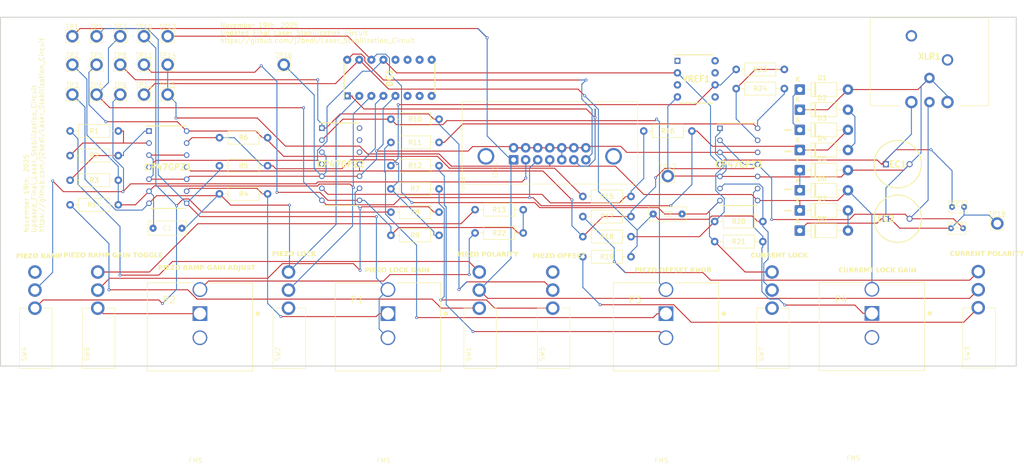
<source format=kicad_pcb>
(kicad_pcb (version 20241229) (generator "pcbnew") (generator_version "9.0")
  (layers (0 "F.Cu" signal) (2 "B.Cu" signal) (13 "F.Paste" user) (15 "B.Paste" user) (5 "F.SilkS" user "F.Silkscreen") (7 "B.SilkS" user "B.Silkscreen") (1 "F.Mask" user) (3 "B.Mask" user) (25 "Edge.Cuts" user))
  (net 0 "")
  (net 1 "Net-(D1-K)")
  (net 2 "GND")
  (net 3 "Net-(D2-A)")
  (net 4 "Net-(D3-A)")
  (net 5 "Net-(D5-K)")
  (net 6 "Net-(D6-A)")
  (net 7 "Net-(D7-A)")
  (net 8 "Net-(OP47GPZ1D--)")
  (net 9 "Net-(OP47GPZ1-Pad14)")
  (net 10 "+15V")
  (net 11 "Net-(OP47GPZ1C--)")
  (net 12 "Net-(OP47GPZ1A--)")
  (net 13 "Net-(OP47GPZ1-Pad1)")
  (net 14 "Net-(OP47GPZ1-Pad8)")
  (net 15 "-15V")
  (net 16 "Net-(OP47GPZ2C--)")
  (net 17 "Net-(SW5-B)")
  (net 18 "Net-(OP47GPZ2-Pad8)")
  (net 19 "Net-(OP47GPZ2A--)")
  (net 21 "Net-(OP47GPZ2B--)")
  (net 22 "Net-(OP47GPZ3C--)")
  (net 24 "Net-(P2-Pad2)")
  (net 25 "Net-(SW6-A)")
  (net 28 "Net-(SW1-C)")
  (net 29 "Net-(SW5-A)")
  (net 30 "Net-(SW4-A)")
  (net 31 "Net-(SW6-C)")
  (net 32 "Net-(SW1-A)")
  (net 33 "Net-(SW3-C)")
  (net 34 "Net-(SW3-A)")
  (net 35 "Net-(OP47GPZ3-Pad1)")
  (net 37 "Net-(SW1-B)")
  (net 38 "Net-(SW4-B)")
  (net 42 "Net-(P3-Pad1)")
  (net 43 "Net-(P3-Pad3)")
  (net 44 "Net-(VREF1-VOUT)")
  (net 50 "Net-(OP47GPZ3-Pad14)")
  (net 51 "Net-(OP47GPZ3D--)")
  (net 52 "Net-(DG1A-S1)")
  (net 53 "Net-(DG1A-D1)")
  (net 54 "Net-(DG1B-D2)")
  (net 55 "Net-(DG1B-S2)")
  (net 57 "Net-(DG1A-IN1)")
  (net 58 "Net-(DG1B-IN2)")
  (footprint "All_Footprints:R_Axial_DIN0207_L6.3mm_D2.5mm_P10.16mm_Horizontal" (layer "F.Cu") (at 47.42 88.1783)
    (property "Reference" "R2")
    (property "Value" "10k")
  )
  (footprint "All_Footprints:TRIM_3590S-2-103L" (layer "F.Cu") (at 102.9625 134.105)
    (property "Reference" "P1")
    (property "Value" "50K")
  )
  (footprint "All_Footprints:R_Axial_DIN0207_L6.3mm_D2.5mm_P10.16mm_Horizontal" (layer "F.Cu") (at 155.575 101.043)
    (property "Reference" "R17")
    (property "Value" "10k")
  )
  (footprint "All_Footprints:Small Capacitor" (layer "F.Cu") (at 234.5 103.5)
    (property "Reference" "SC2")
    (property "Value" "1nF")
  )
  (footprint "All_Footprints:AV2_Switch" (layer "F.Cu") (at 50 133.06 90)
    (property "Reference" "SW6")
    (property "Value" "SPDT Switch, P/N: 7101SD9AV2BE")
  )
  (footprint "All_Footprints:R_Axial_DIN0207_L6.3mm_D2.5mm_P10.16mm_Horizontal" (layer "F.Cu") (at 115.0875 85.4)
    (property "Reference" "R11")
    (property "Value" "10k")
  )
  (footprint "All_Footprints:TestPoint" (layer "F.Cu") (at 53 63)
    (property "Reference" "TP4")
    (property "Value" "~")
  )
  (footprint "All_Footprints:TRIM_3590S-2-103L" (layer "F.Cu") (at 205.05 134.045)
    (property "Reference" "P4")
    (property "Value" "50K")
  )
  (footprint "All_Footprints:TestPoint" (layer "F.Cu") (at 68 63)
    (property "Reference" "TP13")
    (property "Value" "~")
  )
  (footprint "Diode_THT:D_DO-41_SOD81_P10.16mm_Horizontal" (layer "F.Cu") (at 201.34 78.5)
    (property "Reference" "D2")
    (property "Value" "1N5819")
  )
  (footprint "All_Footprints:TestPoint" (layer "F.Cu") (at 92.5 69)
    (property "Reference" "TP16")
    (property "Value" "~")
  )
  (footprint "All_Footprints:R_Axial_DIN0207_L6.3mm_D2.5mm_P10.16mm_Horizontal" (layer "F.Cu") (at 155.575 105.283)
    (property "Reference" "R18")
    (property "Value" "10k")
  )
  (footprint "Diode_THT:D_DO-41_SOD81_P10.16mm_Horizontal" (layer "F.Cu") (at 201.34 87)
    (property "Reference" "D4")
    (property "Value" "1N47xxA")
  )
  (footprint "All_Footprints:R_Axial_DIN0207_L6.3mm_D2.5mm_P10.16mm_Horizontal" (layer "F.Cu") (at 187.92 70)
    (property "Reference" "R23")
    (property "Value" "10k")
  )
  (footprint "All_Footprints:REF02CPZ" (layer "F.Cu") (at 179.5 72)
    (property "Reference" "VREF1")
    (property "Value" "REF02 P/N: REF02CPZ" (hide yes))
  )
  (footprint "All_Footprints:TestPoint" (layer "F.Cu") (at 173.5 92.5)
    (property "Reference" "TP17")
    (property "Value" "~")
  )
  (footprint "All_Footprints:TestPoint" (layer "F.Cu") (at 63 63)
    (property "Reference" "TP10")
    (property "Value" "~")
  )
  (footprint "All_Footprints:R_Axial_DIN0207_L6.3mm_D2.5mm_P10.16mm_Horizontal" (layer "F.Cu") (at 132.842 99.5934)
    (property "Reference" "R13")
    (property "Value" "10k")
  )
  (footprint "All_Footprints:OP470GPZ Amplifier" (layer "F.Cu") (at 188.47 90.04)
    (property "Reference" "OP47GPZ3")
    (property "Value" "~" (hide yes))
  )
  (footprint "All_Footprints:R_Axial_DIN0207_L6.3mm_D2.5mm_P10.16mm_Horizontal" (layer "F.Cu") (at 115.0875 90.3)
    (property "Reference" "R12")
    (property "Value" "10k")
  )
  (footprint "All_Footprints:R_Axial_DIN0207_L6.3mm_D2.5mm_P10.16mm_Horizontal" (layer "F.Cu") (at 155.575 96.803)
    (property "Reference" "R15")
    (property "Value" "10k")
  )
  (footprint "Diode_THT:D_DO-41_SOD81_P10.16mm_Horizontal" (layer "F.Cu") (at 201.34 104)
    (property "Reference" "D8")
    (property "Value" "1N5819")
  )
  (footprint "Diode_THT:D_DO-41_SOD81_P10.16mm_Horizontal" (layer "F.Cu") (at 201.34 74.25)
    (property "Reference" "D1")
    (property "Value" "1N5819")
  )
  (footprint "All_Footprints:R_Axial_DIN0207_L6.3mm_D2.5mm_P10.16mm_Horizontal" (layer "F.Cu") (at 155.575 109.523)
    (property "Reference" "R19")
    (property "Value" "10k")
  )
  (footprint "All_Footprints:AV2_Switch" (layer "F.Cu") (at 36.7475 133.06 90)
    (property "Reference" "SW4")
    (property "Value" "SPDT Switch, P/N: 7101SD9AV2BE")
  )
  (footprint "All_Footprints:R_Axial_DIN0207_L6.3mm_D2.5mm_P10.16mm_Horizontal" (layer "F.Cu") (at 183.388 102.0826)
    (property "Reference" "R20")
    (property "Value" "10k")
  )
  (footprint "All_Footprints:AV2_Switch" (layer "F.Cu") (at 130.48 133.06 90)
    (property "Reference" "SW1")
    (property "Value" "SPDT Switch, P/N: 7101SD9AV2BE")
  )
  (footprint "All_Footprints:TestPoint" (layer "F.Cu") (at 53 75.3)
    (property "Reference" "TP6")
    (property "Value" "~")
  )
  (footprint "All_Footprints:TestPoint" (layer "F.Cu") (at 47.9 69)
    (property "Reference" "TP2")
    (property "Value" "~")
  )
  (footprint "All_Footprints:TestPoint" (layer "F.Cu") (at 47.9 75.3)
    (property "Reference" "TP3")
    (property "Value" "~")
  )
  (footprint "All_Footprints:TestPoint" (layer "F.Cu") (at 243 102.5)
    (property "Reference" "TP18")
    (property "Value" "~")
  )
  (footprint "All_Footprints:R_Axial_DIN0207_L6.3mm_D2.5mm_P10.16mm_Horizontal" (layer "F.Cu") (at 132.842 104.5)
    (property "Reference" "R22")
    (property "Value" "10")
  )
  (footprint "All_Footprints:OP470GPZ Amplifier" (layer "F.Cu") (at 104.5 90)
    (property "Reference" "OP47GPZ2")
    (property "Value" "~" (hide yes))
  )
  (footprint "All_Footprints:R_Axial_DIN0207_L6.3mm_D2.5mm_P10.16mm_Horizontal" (layer "F.Cu") (at 47.42 82.985)
    (property "Reference" "R1")
    (property "Value" "10k")
  )
  (footprint "All_Footprints:TestPoint" (layer "F.Cu") (at 63 69)
    (property "Reference" "TP11")
    (property "Value" "~")
  )
  (footprint "All_Footprints:TestPoint" (layer "F.Cu") (at 58 69)
    (property "Reference" "TP8")
    (property "Value" "~")
  )
  (footprint "All_Footprints:TRIM_3590S-2-103L" (layer "F.Cu") (at 63.3025 134.105)
    (property "Reference" "P2")
    (property "Value" "50K")
  )
  (footprint "All_Footprints:R_Axial_DIN0207_L6.3mm_D2.5mm_P10.16mm_Horizontal" (layer "F.Cu") (at 78.92 90.325)
    (property "Reference" "R5")
    (property "Value" "10k")
  )
  (footprint "All_Footprints:TestPoint" (layer "F.Cu") (at 53 69)
    (property "Reference" "TP5")
    (property "Value" "~")
  )
  (footprint "All_Footprints:ELECTROLYTIC CAPACITOR - EEU-EB1C102" (layer "F.Cu") (at 219.5 90)
    (property "Reference" "EC1")
    (property "Value" "EEU-EB1C102" (hide yes))
  )
  (footprint "All_Footprints:R_Axial_DIN0207_L6.3mm_D2.5mm_P10.16mm_Horizontal" (layer "F.Cu") (at 115.0875 80.5)
    (property "Reference" "R10")
    (property "Value" "10k")
  )
  (footprint "All_Footprints:TestPoint" (layer "F.Cu") (at 68 69)
    (property "Reference" "TP14")
    (property "Value" "~")
  )
  (footprint "Diode_THT:D_DO-41_SOD81_P10.16mm_Horizontal" (layer "F.Cu") (at 201.34 99.75)
    (property "Reference" "D7")
    (property "Value" "1N47xxA")
  )
  (footprint "All_Footprints:R_Axial_DIN0207_L6.3mm_D2.5mm_P10.16mm_Horizontal" (layer "F.Cu") (at 183.388 106.3226)
    (property "Reference" "R21")
    (property "Value" "10k")
  )
  (footprint "All_Footprints:OP470GPZ Amplifier" (layer "F.Cu") (at 68.03 90.62)
    (property "Reference" "OP47GPZ1")
    (property "Value" "~" (hide yes))
  )
  (footprint "All_Footprints:TestPoint" (layer "F.Cu") (at 58 75.3)
    (property "Reference" "TP9")
    (property "Value" "~")
  )
  (footprint "Diode_THT:D_DO-41_SOD81_P10.16mm_Horizontal" (layer "F.Cu") (at 201.34 95.5)
    (property "Reference" "D6")
    (property "Value" "1N47xxA")
  )
  (footprint "All_Footprints:R_Axial_DIN0207_L6.3mm_D2.5mm_P10.16mm_Horizontal" (layer "F.Cu") (at 115.0875 95.2)
    (property "Reference" "R7")
    (property "Value" "10k")
  )
  (footprint "All_Footprints:R_Axial_DIN0207_L6.3mm_D2.5mm_P10.16mm_Horizontal" (layer "F.Cu") (at 115.0875 105)
    (property "Reference" "R9")
    (property "Value" "10k")
  )
  (footprint "All_Footprints:CAPACITOR - 399-4209-ND" (layer "F.Cu") (at 68 103.5)
    (property "Reference" "C1")
    (property "Value" "1uF")
  )
  (footprint "All_Footprints:AV2_Switch" (layer "F.Cu") (at 192.2275 133.06 90)
    (property "Reference" "SW7")
    (property "Value" "SPDT Switch, P/N: 7101SD9AV2BE")
  )
  (footprint "All_Footprints:AV2_Switch" (layer "F.Cu") (at 90.2325 133.06 90)
    (property "Reference" "SW2")
    (property "Value" "SPDT Switch, P/N: 7101SD9AV2BE")
  )
  (footprint "All_Footprints:TestPoint" (layer "F.Cu") (at 47.9 63)
    (property "Reference" "TP1")
    (property "Value" "~")
  )
  (footprint "All_Footprints:R_Axial_DIN0207_L6.3mm_D2.5mm_P10.16mm_Horizontal" (layer "F.Cu") (at 187.92 74.05)
    (property "Reference" "R24")
    (property "Value" "10k")
  )
  (footprint "All_Footprints:TestPoint" (layer "F.Cu") (at 63 75.3)
    (property "Reference" "TP12")
    (property "Value" "~")
  )
  (footprint "All_Footprints:CAPACITOR - 399-4209-ND" (layer "F.Cu") (at 173.5 100.5)
    (property "Reference" "C2")
    (property "Value" "0.1nF")
  )
  (footprint "All_Footprints:R_Axial_DIN0207_L6.3mm_D2.5mm_P10.16mm_Horizontal" (layer "F.Cu") (at 47.42 98.565)
    (property "Reference" "R14")
    (property "Value" "10k")
  )
  (footprint "All_Footprints:Male IDC Connector" (layer "F.Cu") (at 130.13 94.1878 90)
    (property "Reference" "IDC1")
    (property "Value" "Male 14 Position IDC Connector Digikey P/N: 609-5970-ND" (hide yes))
  )
  (footprint "All_Footprints:R_Axial_DIN0207_L6.3mm_D2.5mm_P10.16mm_Horizontal" (layer "F.Cu") (at 115.0875 100.1)
    (property "Reference" "R8")
    (property "Value" "10k")
  )
  (footprint "All_Footprints:AV2_Switch" (layer "F.Cu") (at 145.98 133.06 90)
    (property "Reference" "SW5")
    (property "Value" "SPDT Switch, P/N: 7101SD9AV2BE")
  )
  (footprint "All_Footprints:TestPoint" (layer "F.Cu") (at 68 75.3)
    (property "Reference" "TP15")
    (property "Value" "~")
  )
  (footprint "All_Footprints:R_Axial_DIN0207_L6.3mm_D2.5mm_P10.16mm_Horizontal" (layer "F.Cu") (at 168.42 83)
    (property "Reference" "R16")
    (property "Value" "10k")
  )
  (footprint "Diode_THT:D_DO-41_SOD81_P10.16mm_Horizontal" (layer "F.Cu") (at 201.34 91.25)
    (property "Reference" "D5")
    (property "Value" "1N5819")
  )
  (footprint "All_Footprints:Small Capacitor" (layer "F.Cu") (at 234.73 99)
    (property "Reference" "SC1")
    (property "Value" "1nF")
  )
  (footprint "Diode_THT:D_DO-41_SOD81_P10.16mm_Horizontal" (layer "F.Cu") (at 201.34 82.75)
    (property "Reference" "D3")
    (property "Value" "1N47xxA")
  )
  (footprint "All_Footprints:R_Axial_DIN0207_L6.3mm_D2.5mm_P10.16mm_Horizontal" (layer "F.Cu") (at 78.92 96.25)
    (property "Reference" "R4")
    (property "Value" "10k")
  )
  (footprint "All_Footprints:TRIM_3590S-2-103L" (layer "F.Cu") (at 161.6025 134.105)
    (property "Reference" "P3")
    (property "Value" "50K")
  )
  (footprint "All_Footprints:NC3MBH_XLR" (layer "F.Cu") (at 232.5 76.89)
    (property "Reference" "XLR1")
    (property "Value" "XLR P/N: NC3MBH" (hide yes))
  )
  (footprint "All_Footprints:R_Axial_DIN0207_L6.3mm_D2.5mm_P10.16mm_Horizontal" (layer "F.Cu") (at 78.92 84.4)
    (property "Reference" "R6")
    (property "Value" "10k")
  )
  (footprint "All_Footprints:R_Axial_DIN0207_L6.3mm_D2.5mm_P10.16mm_Horizontal" (layer "F.Cu") (at 47.42 93.3717)
    (property "Reference" "R3")
    (property "Value" "10k")
  )
  (footprint "All_Footprints:ELECTROLYTIC CAPACITOR - EEU-EB1C102" (layer "F.Cu") (at 219.5 101.5)
    (property "Reference" "EC2")
    (property "Value" "EEU-EB1C102" (hide yes))
  )
  (footprint "All_Footprints:Quad Digital Switch ADG201AKNZ" (layer "F.Cu") (at 114.7826 71.7804 90)
    (property "Reference" "DG1")
    (property "Value" "P/N: ADG201AKNZ" (hide yes))
  )
  (footprint "All_Footprints:AV2_Switch" (layer "F.Cu") (at 235.7275 132.97 90)
    (property "Reference" "SW3")
    (property "Value" "SPDT Switch, P/N: 7101SD9AV2BE")
  )
  (footprint "All_Footprints:TestPoint" (layer "F.Cu") (at 58 63)
    (property "Reference" "TP7")
    (property "Value" "~")
  )
  (gr_rect (start 32.73 59) (end 247 132.58) (stroke (width 0.2)) (fill no) (layer "Edge.Cuts"))
  (gr_text "CURRENT LOCK\n\n\n\n" (at 190.98 114.9 0) (layer "F.SilkS") (effects (font (size 1 1) (thickness 0.25) (bold yes)) (justify left bottom)))
  (gr_text "PIEZO LOCK\n\n\n" (at 89.98 112.9 0) (layer "F.SilkS") (effects (font (size 1 1) (thickness 0.25) (bold yes)) (justify left bottom)))
  (gr_text "PIEZO LOCK GAIN\n\n\n\n" (at 109.5 118 0) (layer "F.SilkS") (effects (font (size 1 1) (thickness 0.25) (bold yes)) (justify left bottom)))
  (gr_text "CURRENT LOCK GAIN\n\n\n\n" (at 209.5 118 0) (layer "F.SilkS") (effects (font (size 1 1) (thickness 0.25) (bold yes)) (justify left bottom)))
  (gr_text "PIEZO POLARITY\n\n\n" (at 129 113 0) (layer "F.SilkS") (effects (font (size 1 1) (thickness 0.25) (bold yes)) (justify left bottom)))
  (gr_text "PIEZO OFFSET KNOB\n\n\n\n" (at 166.5 118 0) (layer "F.SilkS") (effects (font (size 1 1) (thickness 0.25) (bold yes)) (justify left bottom)))
  (gr_text "November 19th, 2025\nUpdated_Final_Laser_Stabilization_Circuit \nhttps://github.com/j2bedi/Laser_Stabilization_Circuit\n" (at 42 104.5 90) (layer "F.SilkS") (effects (font (size 1 1) (thickness 0.125) (bold yes)) (justify left bottom)))
  (gr_text "PIEZO RAMP GAIN TOGGLE\n\n" (at 46 111.5 0) (layer "F.SilkS") (effects (font (size 1 1) (thickness 0.25) (bold yes)) (justify left bottom)))
  (gr_text "zener\n" (at 198 95.5 0) (layer "F.SilkS") (effects (font (size 0.4 0.4) (thickness 0.1)) (justify left bottom)))
  (gr_text "zener\n" (at 198 87.5 0) (layer "F.SilkS") (effects (font (size 0.4 0.4) (thickness 0.1)) (justify left bottom)))
  (gr_text "November 19th, 2025\nUpdated_Final_Laser_Stabilization_Circuit \nhttps://github.com/j2bedi/Laser_Stabilization_Circuit\n" (at 79 64.5 0) (layer "F.SilkS") (effects (font (size 1 1) (thickness 0.125) (bold yes)) (justify left bottom)))
  (gr_text "zener\n" (at 198 100 0) (layer "F.SilkS") (effects (font (size 0.4 0.4) (thickness 0.1)) (justify left bottom)))
  (gr_text "CURRENT POLARITY" (at 233 109.5 0) (layer "F.SilkS") (effects (font (size 1 1) (thickness 0.25) (bold yes)) (justify left bottom)))
  (gr_text "PIEZO RAMP\n" (at 36 110 0) (layer "F.SilkS") (effects (font (size 1 1) (thickness 0.25) (bold yes)) (justify left bottom)))
  (gr_text "zener\n" (at 198 83 0) (layer "F.SilkS") (effects (font (size 0.4 0.4) (thickness 0.1)) (justify left bottom)))
  (gr_text "PIEZO OFFSET\n\n\n\n" (at 145 115 0) (layer "F.SilkS") (effects (font (size 1 1) (thickness 0.25) (bold yes)) (justify left bottom)))
  (gr_text "PIEZO RAMP GAIN ADJUST\n\n\n\n" (at 66 117.5 0) (layer "F.SilkS") (effects (font (size 1 1) (thickness 0.25) (bold yes)) (justify left bottom)))
  (segment (start 199.9226 81.3326) (end 199.9226 75.6674) (width 0.2) (layer "B.Cu") (net 1))
  (segment (start 199.9226 75.6674) (end 201.34 74.25) (width 0.2) (layer "B.Cu") (net 1))
  (segment (start 201.34 82.75) (end 199.9226 81.3326) (width 0.2) (layer "B.Cu") (net 1))
  (segment (start 184.5 87.5) (end 192.44 87.5) (width 0.2) (layer "F.Cu") (net 2))
  (segment (start 72 93.16) (end 64.06 93.16) (width 0.2) (layer "F.Cu") (net 2))
  (segment (start 142.24 86.5378) (end 146.05 86.5378) (width 0.2) (layer "F.Cu") (net 2))
  (segment (start 72 93.16) (end 72.62 92.54) (width 0.2) (layer "F.Cu") (net 2))
  (segment (start 184.42 92.5) (end 184.5 92.58) (width 0.2) (layer "F.Cu") (net 2))
  (segment (start 146.05 86.5378) (end 148.59 86.5378) (width 0.2) (layer "F.Cu") (net 2))
  (segment (start 173.5 92.5) (end 184.42 92.5) (width 0.2) (layer "F.Cu") (net 2))
  (segment (start 132.3095 86.2799) (end 140.7121 86.2799) (width 0.2) (layer "F.Cu") (net 2))
  (segment (start 202.9008 102.4392) (end 217.6216 102.4392) (width 0.2) (layer "F.Cu") (net 2))
  (segment (start 131.3581 87.2313) (end 132.3095 86.2799) (width 0.2) (layer "F.Cu") (net 2))
  (segment (start 222.4392 103.5) (end 233.23 103.5) (width 0.2) (layer "F.Cu") (net 2))
  (segment (start 140.7121 86.2799) (end 140.97 86.5378) (width 0.2) (layer "F.Cu") (net 2))
  (segment (start 210.0706 92.6794) (end 211.5 91.25) (width 0.2) (layer "F.Cu") (net 2))
  (segment (start 151.13 86.5378) (end 153.67 86.5378) (width 0.2) (layer "F.Cu") (net 2))
  (segment (start 72 88.08) (end 64.06 88.08) (width 0.2) (layer "F.Cu") (net 2))
  (segment (start 163.5629 86.2276) (end 156.5202 86.2276) (width 0.2) (layer "F.Cu") (net 2))
  (segment (start 220.4392 101.5) (end 222.4392 103.5) (width 0.2) (layer "F.Cu") (net 2))
  (segment (start 226.25 74.25) (end 228.69 71.81) (width 0.2) (layer "F.Cu") (net 2))
  (segment (start 219.5 101.5) (end 220.4392 101.5) (width 0.2) (layer "F.Cu") (net 2))
  (segment (start 201.34 78.5) (end 207.25 78.5) (width 0.2) (layer "F.Cu") (net 2))
  (segment (start 223.25 91.25) (end 224.5 90) (width 0.2) (layer "F.Cu") (net 2))
  (segment (start 184.5 87.5) (end 164.8353 87.5) (width 0.2) (layer "F.Cu") (net 2))
  (segment (start 201.34 104) (end 202.9008 102.4392) (width 0.2) (layer "F.Cu") (net 2))
  (segment (start 142.24 86.5378) (end 143.51 86.5378) (width 0.2) (layer "F.Cu") (net 2))
  (segment (start 217.6216 102.4392) (end 218.5608 101.5) (width 0.2) (layer "F.Cu") (net 2))
  (segment (start 148.59 86.5378) (end 151.13 86.5378) (width 0.2) (layer "F.Cu") (net 2))
  (segment (start 100.53 92.54) (end 108.47 92.54) (width 0.2) (layer "F.Cu") (net 2))
  (segment (start 211.5 74.25) (end 226.25 74.25) (width 0.2) (layer "F.Cu") (net 2))
  (segment (start 156.5202 86.2276) (end 156.21 86.5378) (width 0.2) (layer "F.Cu") (net 2))
  (segment (start 219.5 101.5) (end 218.5608 101.5) (width 0.2) (layer "F.Cu") (net 2))
  (segment (start 164.8353 87.5) (end 163.5629 86.2276) (width 0.2) (layer "F.Cu") (net 2))
  (segment (start 140.97 86.5378) (end 142.24 86.5378) (width 0.2) (layer "F.Cu") (net 2))
  (segment (start 112.0502 87.2313) (end 131.3581 87.2313) (width 0.2) (layer "F.Cu") (net 2))
  (segment (start 192.5394 92.6794) (end 210.0706 92.6794) (width 0.2) (layer "F.Cu") (net 2))
  (segment (start 211.5 91.25) (end 223.25 91.25) (width 0.2) (layer "F.Cu") (net 2))
  (segment (start 207.25 78.5) (end 211.5 74.25) (width 0.2) (layer "F.Cu") (net 2))
  (segment (start 72.62 92.54) (end 100.53 92.54) (width 0.2) (layer "F.Cu") (net 2))
  (segment (start 192.44 92.58) (end 192.5394 92.6794) (width 0.2) (layer "F.Cu") (net 2))
  (segment (start 156.21 86.5378) (end 153.67 86.5378) (width 0.2) (layer "F.Cu") (net 2))
  (segment (start 192.44 92.58) (end 184.5 92.58) (width 0.2) (layer "F.Cu") (net 2))
  (via (at 112.0502 87.2313) (size 0.6) (drill 0.3) (layers "F.Cu" "B.Cu") (net 2))
  (segment (start 151.13 89.0778) (end 151.13 86.5378) (width 0.2) (layer "B.Cu") (net 2))
  (segment (start 108.47 92.54) (end 112.0502 88.9598) (width 0.2) (layer "B.Cu") (net 2))
  (segment (start 64.9417 92.2783) (end 64.06 93.16) (width 0.2) (layer "B.Cu") (net 2))
  (segment (start 219.5 95) (end 219.5 101.5) (width 0.2) (layer "B.Cu") (net 2))
  (segment (start 226.9265 73.5735) (end 226.9265 87.5735) (width 0.2) (layer "B.Cu") (net 2))
  (segment (start 185.7835 88.7835) (end 184.5 87.5) (width 0.2) (layer "B.Cu") (net 2))
  (segment (start 113.447 78.2) (end 113.447 85.8345) (width 0.2) (layer "B.Cu") (net 2))
  (segment (start 185.7835 91.2965) (end 185.7835 88.7835) (width 0.2) (layer "B.Cu") (net 2))
  (segment (start 100.53 92.54) (end 101.4141 91.6559) (width 0.2) (layer "B.Cu") (net 2))
  (segment (start 224.5 90) (end 219.5 95) (width 0.2) (layer "B.Cu") (net 2))
  (segment (start 116.0546 75.5924) (end 113.447 78.2) (width 0.2) (layer "B.Cu") (net 2))
  (segment (start 228.69 71.81) (end 226.9265 73.5735) (width 0.2) (layer "B.Cu") (net 2))
  (segment (start 101.4141 91.6559) (end 101.4141 88.3441) (width 0.2) (layer "B.Cu") (net 2))
  (segment (start 226.9265 87.5735) (end 224.5 90) (width 0.2) (layer "B.Cu") (net 2))
  (segment (start 113.447 85.8345) (end 112.0502 87.2313) (width 0.2) (layer "B.Cu") (net 2))
  (segment (start 236 100.73) (end 236 99) (width 0.2) (layer "B.Cu") (net 2))
  (segment (start 241.23 100.73) (end 243 102.5) (width 0.2) (layer "B.Cu") (net 2))
  (segment (start 112.0502 88.9598) (end 112.0502 87.2313) (width 0.2) (layer "B.Cu") (net 2))
  (segment (start 228.69 71.81) (end 232.5 75.62) (width 0.2) (layer "B.Cu") (net 2))
  (segment (start 64.9417 88.9617) (end 64.9417 92.2783) (width 0.2) (layer "B.Cu") (net 2))
  (segment (start 236 100.73) (end 241.23 100.73) (width 0.2) (layer "B.Cu") (net 2))
  (segment (start 98.9139 75.4139) (end 98.9139 90.9239) (width 0.2) (layer "B.Cu") (net 2))
  (segment (start 64.06 88.08) (end 64.9417 88.9617) (width 0.2) (layer "B.Cu") (net 2))
  (segment (start 233.23 103.5) (end 236 100.73) (width 0.2) (layer "B.Cu") (net 2))
  (segment (start 232.5 75.62) (end 232.5 76.89) (width 0.2) (layer "B.Cu") (net 2))
  (segment (start 173.5 77.84) (end 173.5 92.5) (width 0.2) (layer "B.Cu") (net 2))
  (segment (start 184.5 92.58) (end 185.7835 91.2965) (width 0.2) (layer "B.Cu") (net 2))
  (segment (start 175.53 75.81) (end 173.5 77.84) (width 0.2) (layer "B.Cu") (net 2))
  (segment (start 98.9139 90.9239) (end 100.53 92.54) (width 0.2) (layer "B.Cu") (net 2))
  (segment (start 101.4141 88.3441) (end 100.53 87.46) (width 0.2) (layer "B.Cu") (net 2))
  (segment (start 92.5 69) (end 98.9139 75.4139) (width 0.2) (layer "B.Cu") (net 2))
  (segment (start 212.9657 85.5343) (end 212.9657 79.9657) (width 0.2) (layer "B.Cu") (net 3))
  (segment (start 211.5 87) (end 212.9657 85.5343) (width 0.2) (layer "B.Cu") (net 3))
  (segment (start 212.9657 79.9657) (end 211.5 78.5) (width 0.2) (layer "B.Cu") (net 3))
  (segment (start 144.335 97.0482) (end 145.0918 97.0482) (width 0.2) (layer "F.Cu") (net 4))
  (segment (start 179.6817 83) (end 182.9117 86.23) (width 0.2) (layer "F.Cu") (net 4))
  (segment (start 207.25 87) (end 211.5 82.75) (width 0.2) (layer "F.Cu") (net 4))
  (segment (start 96.6742 78.0828) (end 55.7828 78.0828) (width 0.2) (layer "F.Cu") (net 4))
  (segment (start 145.0918 97.0482) (end 146.7848 98.7412) (width 0.2) (layer "F.Cu") (net 4))
  (segment (start 117.1568 97.0482) (end 144.335 97.0482) (width 0.2) (layer "F.Cu") (net 4))
  (segment (start 200.57 86.23) (end 201.34 87) (width 0.2) (layer "F.Cu") (net 4))
  (segment (start 201.34 87) (end 207.25 87) (width 0.2) (layer "F.Cu") (net 4))
  (segment (start 178.58 83) (end 179.6817 83) (width 0.2) (layer "F.Cu") (net 4))
  (segment (start 100.53 97.62) (end 101.4554 98.5454) (width 0.2) (layer "F.Cu") (net 4))
  (segment (start 115.6596 98.5454) (end 117.1568 97.0482) (width 0.2) (layer "F.Cu") (net 4))
  (segment (start 101.4554 98.5454) (end 115.6596 98.5454) (width 0.2) (layer "F.Cu") (net 4))
  (segment (start 182.9117 86.23) (end 200.57 86.23) (width 0.2) (layer "F.Cu") (net 4))
  (segment (start 146.7848 98.7412) (end 174.123 98.7412) (width 0.2) (layer "F.Cu") (net 4))
  (segment (start 55.7828 78.0828) (end 53 75.3) (width 0.2) (layer "F.Cu") (net 4))
  (via (at 96.6742 78.0828) (size 0.6) (drill 0.3) (layers "F.Cu" "B.Cu") (net 4))
  (via (at 174.123 98.7412) (size 0.6) (drill 0.3) (layers "F.Cu" "B.Cu") (net 4))
  (via (at 144.335 97.0482) (size 0.6) (drill 0.3) (layers "F.Cu" "B.Cu") (net 4))
  (segment (start 174.123 98.7412) (end 178.58 94.2842) (width 0.2) (layer "B.Cu") (net 4))
  (segment (start 178.58 94.2842) (end 178.58 83) (width 0.2) (layer "B.Cu") (net 4))
  (segment (start 96.6742 93.7642) (end 96.6742 78.0828) (width 0.2) (layer "B.Cu") (net 4))
  (segment (start 100.53 97.62) (end 96.6742 93.7642) (width 0.2) (layer "B.Cu") (net 4))
  (segment (start 146.05 89.0778) (end 144.335 90.7928) (width 0.2) (layer "B.Cu") (net 4))
  (segment (start 55.5001 72.7999) (end 53 75.3) (width 0.2) (layer "B.Cu") (net 4))
  (segment (start 55.5001 65.4999) (end 55.5001 72.7999) (width 0.2) (layer "B.Cu") (net 4))
  (segment (start 144.335 90.7928) (end 144.335 97.0482) (width 0.2) (layer "B.Cu") (net 4))
  (segment (start 58 63) (end 55.5001 65.4999) (width 0.2) (layer "B.Cu") (net 4))
  (segment (start 201.34 91.25) (end 201.34 95.5) (width 0.2) (layer "B.Cu") (net 5))
  (segment (start 211.5 95.5) (end 209.34 97.66) (width 0.2) (layer "F.Cu") (net 6))
  (segment (start 108.4953 86.19) (end 92.841 86.19) (width 0.2) (layer "F.Cu") (net 6))
  (segment (start 125.2638 87.8332) (end 110.1385 87.8332) (width 0.2) (layer "F.Cu") (net 6))
  (segment (start 148.59 90.4161) (end 127.8467 90.4161) (width 0.2) (layer "F.Cu") (net 6))
  (segment (start 86.8972 80.2462) (end 69.7562 80.2462) (width 0.2) (layer "F.Cu") (net 6))
  (segment (start 191.17 96.39) (end 168.4387 96.39) (width 0.2) (layer "F.Cu") (net 6))
  (segment (start 92.841 86.19) (end 86.8972 80.2462) (width 0.2) (layer "F.Cu") (net 6))
  (segment (start 148.59 90.4161) (end 148.59 89.0778) (width 0.2) (layer "F.Cu") (net 6))
  (segment (start 201.34 99.75) (end 201.34 97.66) (width 0.2) (layer "F.Cu") (net 6))
  (segment (start 110.1385 87.8332) (end 108.4953 86.19) (width 0.2) (layer "F.Cu") (net 6))
  (segment (start 209.34 97.66) (end 201.34 97.66) (width 0.2) (layer "F.Cu") (net 6))
  (segment (start 162.4648 90.4161) (end 148.59 90.4161) (width 0.2) (layer "F.Cu") (net 6))
  (segment (start 192.44 97.66) (end 191.17 96.39) (width 0.2) (layer "F.Cu") (net 6))
  (segment (start 127.8467 90.4161) (end 125.2638 87.8332) (width 0.2) (layer "F.Cu") (net 6))
  (segment (start 201.34 97.66) (end 192.44 97.66) (width 0.2) (layer "F.Cu") (net 6))
  (segment (start 168.4387 96.39) (end 162.4648 90.4161) (width 0.2) (layer "F.Cu") (net 6))
  (via (at 69.7562 80.2462) (size 0.6) (drill 0.3) (layers "F.Cu" "B.Cu") (net 6))
  (segment (start 216.55 100.55) (end 216.55 116.385) (width 0.2) (layer "B.Cu") (net 6))
  (segment (start 69.7562 77.0562) (end 69.7562 80.2462) (width 0.2) (layer "B.Cu") (net 6))
  (segment (start 68 69) (end 68 75.3) (width 0.2) (layer "B.Cu") (net 6))
  (segment (start 211.5 95.5) (end 216.55 100.55) (width 0.2) (layer "B.Cu") (net 6))
  (segment (start 68 75.3) (end 69.7562 77.0562) (width 0.2) (layer "B.Cu") (net 6))
  (segment (start 211.5 104) (end 211.5 99.75) (width 0.2) (layer "B.Cu") (net 7))
  (segment (start 90.1817 90.325) (end 90.81 90.9533) (width 0.2) (layer "F.Cu") (net 8))
  (segment (start 104.7506 90.9533) (end 106.6387 89.0652) (width 0.2) (layer "F.Cu") (net 8))
  (segment (start 116.4055 89.8352) (end 116.719 89.8352) (width 0.2) (layer "F.Cu") (net 8))
  (segment (start 116.719 89.8352) (end 116.4055 89.8352) (width 0.2) (layer "F.Cu") (net 8))
  (segment (start 115.6355 89.0652) (end 116.4055 89.8352) (width 0.2) (layer "F.Cu") (net 8))
  (segment (start 106.6387 89.0652) (end 115.6355 89.0652) (width 0.2) (layer "F.Cu") (net 8))
  (segment (start 90.81 90.9533) (end 104.7506 90.9533) (width 0.2) (layer "F.Cu") (net 8))
  (segment (start 89.08 90.325) (end 90.1817 90.325) (width 0.2) (layer "F.Cu") (net 8))
  (segment (start 78.92 84.4) (end 73.14 84.4) (width 0.2) (layer "F.Cu") (net 8))
  (segment (start 73.14 84.4) (end 72 85.54) (width 0.2) (layer "F.Cu") (net 8))
  (via (at 116.4055 89.8352) (size 0.6) (drill 0.3) (layers "F.Cu" "B.Cu") (net 8))
  (segment (start 82.0533 84.4) (end 78.92 84.4) (width 0.2) (layer "B.Cu") (net 8))
  (segment (start 116.719 89.8352) (end 116.4055 89.8352) (width 0.2) (layer "B.Cu") (net 8))
  (segment (start 87.9783 90.325) (end 82.0533 84.4) (width 0.2) (layer "B.Cu") (net 8))
  (segment (start 124.1458 105) (end 124.1458 104.2583) (width 0.2) (layer "B.Cu") (net 8))
  (segment (start 89.08 90.325) (end 87.9783 90.325) (width 0.2) (layer "B.Cu") (net 8))
  (segment (start 116.719 93.5685) (end 115.0875 95.2) (width 0.2) (layer "B.Cu") (net 8))
  (segment (start 116.4055 89.8352) (end 116.719 89.8352) (width 0.2) (layer "B.Cu") (net 8))
  (segment (start 116.719 90.1487) (end 116.4055 89.8352) (width 0.2) (layer "B.Cu") (net 8))
  (segment (start 116.719 90.1487) (end 116.719 93.5685) (width 0.2) (layer "B.Cu") (net 8))
  (segment (start 125.2475 105) (end 124.1458 105) (width 0.2) (layer "B.Cu") (net 8))
  (segment (start 124.1458 104.2583) (end 115.0875 95.2) (width 0.2) (layer "B.Cu") (net 8))
  (segment (start 72 83) (end 86.5783 83) (width 0.2) (layer "F.Cu") (net 9))
  (segment (start 88.5292 84.4) (end 87.9783 84.4) (width 0.2) (layer "F.Cu") (net 9))
  (segment (start 127.4246 90.8459) (end 149.6179 90.8459) (width 0.2) (layer "F.Cu") (net 9))
  (segment (start 92.4709 88.3417) (end 124.9204 88.3417) (width 0.2) (layer "F.Cu") (net 9))
  (segment (start 54.971 81.034) (end 70.034 81.034) (width 0.2) (layer "F.Cu") (net 9))
  (segment (start 88.5292 84.4) (end 92.4709 88.3417) (width 0.2) (layer "F.Cu") (net 9))
  (segment (start 124.9204 88.3417) (end 127.4246 90.8459) (width 0.2) (layer "F.Cu") (net 9))
  (segment (start 70.034 81.034) (end 72 83) (width 0.2) (layer "F.Cu") (net 9))
  (segment (start 149.6179 90.8459) (end 155.575 96.803) (width 0.2) (layer "F.Cu") (net 9))
  (segment (start 89.08 84.4) (end 88.5292 84.4) (width 0.2) (layer "F.Cu") (net 9))
  (segment (start 86.5783 83) (end 87.9783 84.4) (width 0.2) (layer "F.Cu") (net 9))
  (via (at 54.971 81.034) (size 0.6) (drill 0.3) (layers "F.Cu" "B.Cu") (net 9))
  (segment (start 51.3779 70.6221) (end 53 69) (width 0.2) (layer "B.Cu") (net 9))
  (segment (start 51.3779 77.4409) (end 51.3779 70.6221) (width 0.2) (layer "B.Cu") (net 9))
  (segment (start 54.971 81.034) (end 51.3779 77.4409) (width 0.2) (layer "B.Cu") (net 9))
  (segment (start 99.7146 89.1846) (end 100.53 90) (width 0.2) (layer "F.Cu") (net 10))
  (segment (start 217.6858 89.125) (end 218.5608 90) (width 0.2) (layer "F.Cu") (net 10))
  (segment (start 65.4954 89.1846) (end 99.7146 89.1846) (width 0.2) (layer "F.Cu") (net 10))
  (segment (start 175.53 70.73) (end 116.2722 70.73) (width 0.2) (layer "F.Cu") (net 10))
  (segment (start 185.415 89.125) (end 217.6858 89.125) (width 0.2) (layer "F.Cu") (net 10))
  (segment (start 116.2722 70.73) (end 113.5106 67.9684) (width 0.2) (layer "F.Cu") (net 10))
  (segment (start 218.5608 90) (end 221.6244 86.9364) (width 0.2) (layer "F.Cu") (net 10))
  (segment (start 184.5 90.04) (end 185.415 89.125) (width 0.2) (layer "F.Cu") (net 10))
  (segment (start 64.06 90.62) (end 65.4954 89.1846) (width 0.2) (layer "F.Cu") (net 10))
  (segment (start 219.5 90) (end 218.5608 90) (width 0.2) (layer "F.Cu") (net 10))
  (segment (start 221.6244 86.9364) (end 229.0104 86.9364) (width 0.2) (layer "F.Cu") (net 10))
  (via (at 229.0104 86.9364) (size 0.6) (drill 0.3) (layers "F.Cu" "B.Cu") (net 10))
  (segment (start 101.6142 77.8641) (end 109.0937 70.3846) (width 0.2) (layer "B.Cu") (net 10))
  (segment (start 182.5106 77.7106) (end 175.53 70.73) (width 0.2) (layer "B.Cu") (net 10))
  (segment (start 99.6175 89.0875) (end 99.6175 87.0773) (width 0.2) (layer "B.Cu") (net 10))
  (segment (start 182.5106 88.0506) (end 182.5106 77.7106) (width 0.2) (layer "B.Cu") (net 10))
  (segment (start 109.0937 70.3846) (end 111.0944 70.3846) (width 0.2) (layer "B.Cu") (net 10))
  (segment (start 219.5 90) (end 219.5 89.0608) (width 0.2) (layer "B.Cu") (net 10))
  (segment (start 101.6142 85.1576) (end 101.6142 77.8641) (width 0.2) (layer "B.Cu") (net 10))
  (segment (start 100.5818 86.19) (end 101.6142 85.1576) (width 0.2) (layer "B.Cu") (net 10))
  (segment (start 233.46 91.386) (end 233.46 99) (width 0.2) (layer "B.Cu") (net 10))
  (segment (start 224.88 83.6808) (end 219.5 89.0608) (width 0.2) (layer "B.Cu") (net 10))
  (segment (start 229.0104 86.9364) (end 233.46 91.386) (width 0.2) (layer "B.Cu") (net 10))
  (segment (start 100.53 90) (end 99.6175 89.0875) (width 0.2) (layer "B.Cu") (net 10))
  (segment (start 224.88 76.89) (end 224.88 83.6808) (width 0.2) (layer "B.Cu") (net 10))
  (segment (start 111.0944 70.3846) (end 113.5106 67.9684) (width 0.2) (layer "B.Cu") (net 10))
  (segment (start 184.5 90.04) (end 182.5106 88.0506) (width 0.2) (layer "B.Cu") (net 10))
  (segment (start 100.5048 86.19) (end 100.5818 86.19) (width 0.2) (layer "B.Cu") (net 10))
  (segment (start 99.6175 87.0773) (end 100.5048 86.19) (width 0.2) (layer "B.Cu") (net 10))
  (segment (start 72.6127 95.0873) (end 86.8156 95.0873) (width 0.2) (layer "F.Cu") (net 11))
  (segment (start 86.8156 95.0873) (end 87.9783 96.25) (width 0.2) (layer "F.Cu") (net 11))
  (segment (start 72 95.7) (end 72.6127 95.0873) (width 0.2) (layer "F.Cu") (net 11))
  (segment (start 89.08 96.25) (end 87.9783 96.25) (width 0.2) (layer "F.Cu") (net 11))
  (segment (start 114.4625 121.525) (end 112.6128 121.525) (width 0.2) (layer "F.Cu") (net 11))
  (segment (start 112.6128 121.525) (end 111.9931 122.1447) (width 0.2) (layer "F.Cu") (net 11))
  (segment (start 111.9931 122.1447) (end 91.8756 122.1447) (width 0.2) (layer "F.Cu") (net 11))
  (via (at 91.8756 122.1447) (size 0.6) (drill 0.3) (layers "F.Cu" "B.Cu") (net 11))
  (segment (start 89.08 119.3491) (end 89.08 96.25) (width 0.2) (layer "B.Cu") (net 11))
  (segment (start 91.8756 122.1447) (end 89.08 119.3491) (width 0.2) (layer "B.Cu") (net 11))
  (segment (start 47.42 88.1783) (end 50.0583 85.54) (width 0.2) (layer "F.Cu") (net 12))
  (segment (start 58.6817 85.54) (end 58.6817 82.985) (width 0.2) (layer "F.Cu") (net 12))
  (segment (start 58.6817 85.54) (end 64.06 85.54) (width 0.2) (layer "F.Cu") (net 12))
  (segment (start 50.0583 85.54) (end 58.6817 85.54) (width 0.2) (layer "F.Cu") (net 12))
  (segment (start 57.58 82.985) (end 58.6817 82.985) (width 0.2) (layer "F.Cu") (net 12))
  (segment (start 52.6134 88.1783) (end 57.58 88.1783) (width 0.2) (layer "F.Cu") (net 13))
  (segment (start 47.42 93.3717) (end 52.6134 88.1783) (width 0.2) (layer "F.Cu") (net 13))
  (segment (start 58.6817 87.4966) (end 58.6817 88.1783) (width 0.2) (layer "B.Cu") (net 13))
  (segment (start 63.1783 83) (end 58.6817 87.4966) (width 0.2) (layer "B.Cu") (net 13))
  (segment (start 57.58 88.1783) (end 58.6817 88.1783) (width 0.2) (layer "B.Cu") (net 13))
  (segment (start 64.06 83) (end 63.1783 83) (width 0.2) (layer "B.Cu") (net 13))
  (segment (start 112.0308 101.0542) (end 74.8142 101.0542) (width 0.2) (layer "F.Cu") (net 14))
  (segment (start 74.8142 101.0542) (end 72 98.24) (width 0.2) (layer "F.Cu") (net 14))
  (via (at 112.0308 101.0542) (size 0.6) (drill 0.3) (layers "F.Cu" "B.Cu") (net 14))
  (segment (start 112.0308 114.0133) (end 112.0308 101.0542) (width 0.2) (layer "B.Cu") (net 14))
  (segment (start 78.92 91.32) (end 78.92 90.325) (width 0.2) (layer "B.Cu") (net 14))
  (segment (start 112.6128 118.2947) (end 114.4625 116.445) (width 0.2) (layer "B.Cu") (net 14))
  (segment (start 72 98.24) (end 78.92 91.32) (width 0.2) (layer "B.Cu") (net 14))
  (segment (start 53 63) (end 54.6084 61.3916) (width 0.2) (layer "B.Cu") (net 14))
  (segment (start 112.6128 124.7553) (end 112.6128 118.2947) (width 0.2) (layer "B.Cu") (net 14))
  (segment (start 66.0085 92.2485) (end 72 98.24) (width 0.2) (layer "B.Cu") (net 14))
  (segment (start 63.6938 61.3916) (end 66.0085 63.7063) (width 0.2) (layer "B.Cu") (net 14))
  (segment (start 54.6084 61.3916) (end 63.6938 61.3916) (width 0.2) (layer "B.Cu") (net 14))
  (segment (start 66.0085 63.7063) (end 66.0085 92.2485) (width 0.2) (layer "B.Cu") (net 14))
  (segment (start 114.4625 116.445) (end 112.0308 114.0133) (width 0.2) (layer "B.Cu") (net 14))
  (segment (start 114.4625 126.605) (end 112.6128 124.7553) (width 0.2) (layer "B.Cu") (net 14))
  (segment (start 147.1576 91.4267) (end 153.2714 97.5405) (width 0.2) (layer "F.Cu") (net 15))
  (segment (start 235.77 103.5) (end 233.77 101.5) (width 0.2) (layer "F.Cu") (net 15))
  (segment (start 174.3249 90.9351) (end 174.273 90.8832) (width 0.2) (layer "F.Cu") (net 15))
  (segment (start 108.47 91.4267) (end 108.47 90) (width 0.2) (layer "F.Cu") (net 15))
  (segment (start 170.9274 92.8075) (end 170.9274 92.8388) (width 0.2) (layer "F.Cu") (net 15))
  (segment (start 192.44 90.04) (end 191.5449 90.9351) (width 0.2) (layer "F.Cu") (net 15))
  (segment (start 211.7827 101.6798) (end 212.9017 100.5608) (width 0.2) (layer "F.Cu") (net 15))
  (segment (start 170.9274 92.8075) (end 170.9274 92.8388) (width 0.2) (layer "F.Cu") (net 15))
  (segment (start 212.9017 100.5608) (end 223.5608 100.5608) (width 0.2) (layer "F.Cu") (net 15))
  (segment (start 174.273 90.8832) (end 172.8517 90.8832) (width 0.2) (layer "F.Cu") (net 15))
  (segment (start 223.5608 100.5608) (end 224.5 101.5) (width 0.2) (layer "F.Cu") (net 15))
  (segment (start 72.8067 91.4267) (end 108.47 91.4267) (width 0.2) (layer "F.Cu") (net 15))
  (segment (start 72 90.62) (end 72.8067 91.4267) (width 0.2) (layer "F.Cu") (net 15))
  (segment (start 159.815 101.043) (end 165.735 101.043) (width 0.2) (layer "F.Cu") (net 15))
  (segment (start 233.77 101.5) (end 224.5 101.5) (width 0.2) (layer "F.Cu") (net 15))
  (segment (start 172.8517 90.8832) (end 170.9274 92.8075) (width 0.2) (layer "F.Cu") (net 15))
  (segment (start 195.406 101.6798) (end 211.7827 101.6798) (width 0.2) (layer "F.Cu") (net 15))
  (segment (start 170.9274 92.8388) (end 170.9274 92.8075) (width 0.2) (layer "F.Cu") (net 15))
  (segment (start 155.575 105.283) (end 159.815 101.043) (width 0.2) (layer "F.Cu") (net 15))
  (segment (start 191.5449 90.9351) (end 174.3249 90.9351) (width 0.2) (layer "F.Cu") (net 15))
  (segment (start 108.47 91.4267) (end 147.1576 91.4267) (width 0.2) (layer "F.Cu") (net 15))
  (via (at 153.2714 97.5405) (size 0.6) (drill 0.3) (layers "F.Cu" "B.Cu") (net 15))
  (via (at 170.9274 92.8388) (size 0.6) (drill 0.3) (layers "F.Cu" "B.Cu") (net 15))
  (via (at 195.406 101.6798) (size 0.6) (drill 0.3) (layers "F.Cu" "B.Cu") (net 15))
  (segment (start 170.9274 92.8075) (end 170.9274 92.8388) (width 0.2) (layer "B.Cu") (net 15))
  (segment (start 192.44 90.04) (end 195.406 93.006) (width 0.2) (layer "B.Cu") (net 15))
  (segment (start 108.47 89.9607) (end 108.47 90) (width 0.2) (layer "B.Cu") (net 15))
  (segment (start 165.735 101.043) (end 165.735 99.9413) (width 0.2) (layer "B.Cu") (net 15))
  (segment (start 195.406 93.006) (end 195.406 101.6798) (width 0.2) (layer "B.Cu") (net 15))
  (segment (start 111.8027 77.3003) (end 111.8027 86.628) (width 0.2) (layer "B.Cu") (net 15))
  (segment (start 111.8027 86.628) (end 108.47 89.9607) (width 0.2) (layer "B.Cu") (net 15))
  (segment (start 228.4087 97.5913) (end 224.5 101.5) (width 0.2) (layer "B.Cu") (net 15))
  (segment (start 113.5106 75.5924) (end 111.8027 77.3003) (width 0.2) (layer "B.Cu") (net 15))
  (segment (start 189.58 90.04) (end 192.44 90.04) (width 0.2) (layer "B.Cu") (net 15))
  (segment (start 170.9274 92.8388) (end 170.9274 92.8075) (width 0.2) (layer "B.Cu") (net 15))
  (segment (start 228.4087 77.1713) (end 228.4087 97.5913) (width 0.2) (layer "B.Cu") (net 15))
  (segment (start 228.69 76.89) (end 228.4087 77.1713) (width 0.2) (layer "B.Cu") (net 15))
  (segment (start 153.2714 102.9794) (end 155.575 105.283) (width 0.2) (layer "B.Cu") (net 15))
  (segment (start 184.5 84.96) (end 189.58 90.04) (width 0.2) (layer "B.Cu") (net 15))
  (segment (start 170.9274 94.7489) (end 165.735 99.9413) (width 0.2) (layer "B.Cu") (net 15))
  (segment (start 170.9274 92.8388) (end 170.9274 94.7489) (width 0.2) (layer "B.Cu") (net 15))
  (segment (start 153.2714 97.5405) (end 153.2714 102.9794) (width 0.2) (layer "B.Cu") (net 15))
  (segment (start 107.1672 110.9681) (end 108.5894 112.3903) (width 0.2) (layer "F.Cu") (net 16))
  (segment (start 125.2475 100.1) (end 124.1458 100.1) (width 0.2) (layer "F.Cu") (net 16))
  (segment (start 89.1102 114.0648) (end 92.2069 110.9681) (width 0.2) (layer "F.Cu") (net 16))
  (segment (start 123.0192 98.9734) (end 108.9394 98.9734) (width 0.2) (layer "F.Cu") (net 16))
  (segment (start 92.2069 110.9681) (end 107.1672 110.9681) (width 0.2) (layer "F.Cu") (net 16))
  (segment (start 124.1458 100.1) (end 123.0192 98.9734) (width 0.2) (layer "F.Cu") (net 16))
  (segment (start 53.2525 116.55) (end 55.7377 114.0648) (width 0.2) (layer "F.Cu") (net 16))
  (segment (start 55.7377 114.0648) (end 89.1102 114.0648) (width 0.2) (layer "F.Cu") (net 16))
  (segment (start 108.9394 98.9734) (end 108.5894 99.3234) (width 0.2) (layer "F.Cu") (net 16))
  (via (at 108.5894 112.3903) (size 0.6) (drill 0.3) (layers "F.Cu" "B.Cu") (net 16))
  (via (at 108.5894 99.3234) (size 0.6) (drill 0.3) (layers "F.Cu" "B.Cu") (net 16))
  (segment (start 108.5894 99.3234) (end 107.5551 98.2891) (width 0.2) (layer "B.Cu") (net 16))
  (segment (start 108.5894 112.3903) (end 108.5894 99.3234) (width 0.2) (layer "B.Cu") (net 16))
  (segment (start 107.5551 98.2891) (end 107.5551 95.9949) (width 0.2) (layer "B.Cu") (net 16))
  (segment (start 107.5551 95.9949) (end 108.47 95.08) (width 0.2) (layer "B.Cu") (net 16))
  (segment (start 123.03 79.3842) (end 124.1458 80.5) (width 0.2) (layer "F.Cu") (net 17))
  (segment (start 61.1804 72.1804) (end 99.653 72.1804) (width 0.2) (layer "F.Cu") (net 17))
  (segment (start 131.0753 114.8141) (end 129.441 116.4484) (width 0.2) (layer "F.Cu") (net 17))
  (segment (start 147.4966 114.8141) (end 131.0753 114.8141) (width 0.2) (layer "F.Cu") (net 17))
  (segment (start 101.4117 82.38) (end 104.4075 79.3842) (width 0.2) (layer "F.Cu") (net 17))
  (segment (start 100.53 82.38) (end 101.4117 82.38) (width 0.2) (layer "F.Cu") (net 17))
  (segment (start 149.2325 116.55) (end 147.4966 114.8141) (width 0.2) (layer "F.Cu") (net 17))
  (segment (start 58 69) (end 61.1804 72.1804) (width 0.2) (layer "F.Cu") (net 17))
  (segment (start 131.0753 114.8141) (end 129.441 116.4484) (width 0.2) (layer "F.Cu") (net 17))
  (segment (start 104.4075 79.3842) (end 123.03 79.3842) (width 0.2) (layer "F.Cu") (net 17))
  (segment (start 129.441 116.4484) (end 131.0753 114.8141) (width 0.2) (layer "F.Cu") (net 17))
  (segment (start 125.2475 80.5) (end 124.1458 80.5) (width 0.2) (layer "F.Cu") (net 17))
  (via (at 99.653 72.1804) (size 0.6) (drill 0.3) (layers "F.Cu" "B.Cu") (net 17))
  (via (at 129.441 116.4484) (size 0.6) (drill 0.3) (layers "F.Cu" "B.Cu") (net 17))
  (segment (start 99.653 80.6213) (end 100.53 81.4983) (width 0.2) (layer "B.Cu") (net 17))
  (segment (start 100.53 82.38) (end 100.53 81.4983) (width 0.2) (layer "B.Cu") (net 17))
  (segment (start 99.653 72.1804) (end 99.653 80.6213) (width 0.2) (layer "B.Cu") (net 17))
  (segment (start 129.441 116.4484) (end 131.0753 114.8141) (width 0.2) (layer "B.Cu") (net 17))
  (segment (start 129.441 85.7952) (end 125.2475 81.6017) (width 0.2) (layer "B.Cu") (net 17))
  (segment (start 129.441 116.4484) (end 129.441 85.7952) (width 0.2) (layer "B.Cu") (net 17))
  (segment (start 131.0753 114.8141) (end 129.441 116.4484) (width 0.2) (layer "B.Cu") (net 17))
  (segment (start 125.2475 80.5) (end 125.2475 81.6017) (width 0.2) (layer "B.Cu") (net 17))
  (segment (start 116.7291 103.3584) (end 140.7587 103.3584) (width 0.2) (layer "F.Cu") (net 18))
  (segment (start 115.0875 105) (end 116.7291 103.3584) (width 0.2) (layer "F.Cu") (net 18))
  (segment (start 91.043 95.9327) (end 100.0897 95.9327) (width 0.2) (layer "F.Cu") (net 18))
  (segment (start 101.777 97.62) (end 108.47 97.62) (width 0.2) (layer "F.Cu") (net 18))
  (segment (start 100.0897 95.9327) (end 101.777 97.62) (width 0.2) (layer "F.Cu") (net 18))
  (segment (start 143.002 104.5) (end 141.9003 104.5) (width 0.2) (layer "F.Cu") (net 18))
  (segment (start 64.609 70.609) (end 86.358 70.609) (width 0.2) (layer "F.Cu") (net 18))
  (segment (start 140.7587 103.3584) (end 141.9003 104.5) (width 0.2) (layer "F.Cu") (net 18))
  (segment (start 63 69) (end 64.609 70.609) (width 0.2) (layer "F.Cu") (net 18))
  (segment (start 86.358 70.609) (end 87.7378 69.2292) (width 0.2) (layer "F.Cu") (net 18))
  (via (at 87.7378 69.2292) (size 0.6) (drill 0.3) (layers "F.Cu" "B.Cu") (net 18))
  (via (at 91.043 95.9327) (size 0.6) (drill 0.3) (layers "F.Cu" "B.Cu") (net 18))
  (segment (start 109.524 97.62) (end 115.0875 103.1835) (width 0.2) (layer "B.Cu") (net 18))
  (segment (start 91.043 72.5344) (end 91.043 95.9327) (width 0.2) (layer "B.Cu") (net 18))
  (segment (start 143.002 104.5) (end 143.002 99.5934) (width 0.2) (layer "B.Cu") (net 18))
  (segment (start 115.0875 103.1835) (end 115.0875 105) (width 0.2) (layer "B.Cu") (net 18))
  (segment (start 108.47 97.62) (end 109.524 97.62) (width 0.2) (layer "B.Cu") (net 18))
  (segment (start 87.7378 69.2292) (end 91.043 72.5344) (width 0.2) (layer "B.Cu") (net 18))
  (segment (start 116.2286 81.6411) (end 115.0875 80.5) (width 0.2) (layer "F.Cu") (net 19))
  (segment (start 126.9074 80.8067) (end 126.073 81.6411) (width 0.2) (layer "F.Cu") (net 19))
  (segment (start 171.1442 80.4754) (end 170.8129 80.8067) (width 0.2) (layer "F.Cu") (net 19))
  (segment (start 170.8129 80.8067) (end 126.9074 80.8067) (width 0.2) (layer "F.Cu") (net 19))
  (segment (start 104.95 80.5) (end 100.53 84.92) (width 0.2) (layer "F.Cu") (net 19))
  (segment (start 171.1442 80.4754) (end 170.8129 80.8067) (width 0.2) (layer "F.Cu") (net 19))
  (segment (start 170.8129 80.8067) (end 171.1442 80.4754) (width 0.2) (layer "F.Cu") (net 19))
  (segment (start 126.073 81.6411) (end 116.2286 81.6411) (width 0.2) (layer "F.Cu") (net 19))
  (segment (start 115.0875 80.5) (end 104.95 80.5) (width 0.2) (layer "F.Cu") (net 19))
  (via (at 171.1442 80.4754) (size 0.6) (drill 0.3) (layers "F.Cu" "B.Cu") (net 19))
  (segment (start 171.1442 80.4754) (end 170.8129 80.8067) (width 0.2) (layer "B.Cu") (net 19))
  (segment (start 171.7309 81.0621) (end 171.1442 80.4754) (width 0.2) (layer "B.Cu") (net 19))
  (segment (start 171.7309 115.0734) (end 171.7309 81.0621) (width 0.2) (layer "B.Cu") (net 19))
  (segment (start 173.1025 116.445) (end 171.7309 115.0734) (width 0.2) (layer "B.Cu") (net 19))
  (segment (start 170.8129 80.8067) (end 171.1442 80.4754) (width 0.2) (layer "B.Cu") (net 19))
  (segment (start 164.6333 96.803) (end 163.2941 98.1422) (width 0.2) (layer "F.Cu") (net 21))
  (segment (start 101.8011 96.3511) (end 100.53 95.08) (width 0.2) (layer "F.Cu") (net 21))
  (segment (start 163.2941 98.1422) (end 148.7278 98.1422) (width 0.2) (layer "F.Cu") (net 21))
  (segment (start 165.735 96.803) (end 164.6333 96.803) (width 0.2) (layer "F.Cu") (net 21))
  (segment (start 148.7278 98.1422) (end 146.9367 96.3511) (width 0.2) (layer "F.Cu") (net 21))
  (segment (start 146.9367 96.3511) (end 101.8011 96.3511) (width 0.2) (layer "F.Cu") (net 21))
  (segment (start 168.42 93.0163) (end 165.735 95.7013) (width 0.2) (layer "B.Cu") (net 21))
  (segment (start 165.735 96.803) (end 165.735 95.7013) (width 0.2) (layer "B.Cu") (net 21))
  (segment (start 168.42 83) (end 168.42 93.0163) (width 0.2) (layer "B.Cu") (net 21))
  (segment (start 216.55 121.465) (end 214.7003 121.465) (width 0.2) (layer "F.Cu") (net 22))
  (segment (start 198.1739 119.7151) (end 212.9504 119.7151) (width 0.2) (layer "F.Cu") (net 22))
  (segment (start 212.9504 119.7151) (end 214.7003 121.465) (width 0.2) (layer "F.Cu") (net 22))
  (via (at 198.1739 119.7151) (size 0.6) (drill 0.3) (layers "F.Cu" "B.Cu") (net 22))
  (segment (start 196.9138 118.455) (end 198.1739 119.7151) (width 0.2) (layer "B.Cu") (net 22))
  (segment (start 193.548 105.7717) (end 193.548 105.2209) (width 0.2) (layer "B.Cu") (net 22))
  (segment (start 193.548 105.7717) (end 193.548 106.3226) (width 0.2) (layer "B.Cu") (net 22))
  (segment (start 193.3399 107.6324) (end 193.3399 116.8838) (width 0.2) (layer "B.Cu") (net 22))
  (segment (start 193.548 107.4243) (end 193.3399 107.6324) (width 0.2) (layer "B.Cu") (net 22))
  (segment (start 191.5511 103.224) (end 193.548 105.2209) (width 0.2) (layer "B.Cu") (net 22))
  (segment (start 191.5511 96.0089) (end 191.5511 103.224) (width 0.2) (layer "B.Cu") (net 22))
  (segment (start 194.9111 118.455) (end 196.9138 118.455) (width 0.2) (layer "B.Cu") (net 22))
  (segment (start 193.548 106.3226) (end 193.548 107.4243) (width 0.2) (layer "B.Cu") (net 22))
  (segment (start 193.3399 116.8838) (end 194.9111 118.455) (width 0.2) (layer "B.Cu") (net 22))
  (segment (start 192.44 95.12) (end 191.5511 96.0089) (width 0.2) (layer "B.Cu") (net 22))
  (segment (start 113.5336 114.645) (end 114.8953 113.2833) (width 0.2) (layer "F.Cu") (net 24))
  (segment (start 114.8953 113.2833) (end 131.619 113.2833) (width 0.2) (layer "F.Cu") (net 24))
  (segment (start 74.8025 116.445) (end 76.6025 114.645) (width 0.2) (layer "F.Cu") (net 24))
  (segment (start 76.6025 114.645) (end 113.5336 114.645) (width 0.2) (layer "F.Cu") (net 24))
  (via (at 131.619 113.2833) (size 0.6) (drill 0.3) (layers "F.Cu" "B.Cu") (net 24))
  (segment (start 131.619 105.723) (end 132.842 104.5) (width 0.2) (layer "B.Cu") (net 24))
  (segment (start 131.619 113.2833) (end 131.619 105.723) (width 0.2) (layer "B.Cu") (net 24))
  (segment (start 74.8025 121.525) (end 54.4175 121.525) (width 0.2) (layer "F.Cu") (net 25))
  (segment (start 54.4175 121.525) (end 53.2525 120.36) (width 0.2) (layer "F.Cu") (net 25))
  (segment (start 69.007 110.5131) (end 66.1177 113.4024) (width 0.2) (layer "F.Cu") (net 28))
  (segment (start 133.7325 112.74) (end 131.5056 110.5131) (width 0.2) (layer "F.Cu") (net 28))
  (segment (start 66.1177 113.4024) (end 57.9498 113.4024) (width 0.2) (layer "F.Cu") (net 28))
  (segment (start 131.5056 110.5131) (end 69.007 110.5131) (width 0.2) (layer "F.Cu") (net 28))
  (via (at 57.9498 113.4024) (size 0.6) (drill 0.3) (layers "F.Cu" "B.Cu") (net 28))
  (segment (start 49.073 94.2653) (end 49.073 84.638) (width 0.2) (layer "B.Cu") (net 28))
  (segment (start 57.9498 103.1421) (end 49.073 94.2653) (width 0.2) (layer "B.Cu") (net 28))
  (segment (start 57.9498 113.4024) (end 57.9498 103.1421) (width 0.2) (layer "B.Cu") (net 28))
  (segment (start 49.073 84.638) (end 47.42 82.985) (width 0.2) (layer "B.Cu") (net 28))
  (segment (start 136.9766 120.36) (end 135.2443 118.6277) (width 0.2) (layer "F.Cu") (net 29))
  (segment (start 149.2325 120.36) (end 136.9766 120.36) (width 0.2) (layer "F.Cu") (net 29))
  (segment (start 135.2443 118.6277) (end 125.611 118.6277) (width 0.2) (layer "F.Cu") (net 29))
  (via (at 125.611 118.6277) (size 0.6) (drill 0.3) (layers "F.Cu" "B.Cu") (net 29))
  (segment (start 125.611 118.6277) (end 126.3492 117.8895) (width 0.2) (layer "B.Cu") (net 29))
  (segment (start 125.2475 98.2983) (end 125.2475 95.2) (width 0.2) (layer "B.Cu") (net 29))
  (segment (start 126.3492 99.4) (end 125.2475 98.2983) (width 0.2) (layer "B.Cu") (net 29))
  (segment (start 126.3492 117.8895) (end 126.3492 99.4) (width 0.2) (layer "B.Cu") (net 29))
  (segment (start 115.0875 100.1) (end 75.2245 100.1) (width 0.2) (layer "F.Cu") (net 30))
  (segment (start 72.467 97.3425) (end 71.2637 97.3425) (width 0.2) (layer "F.Cu") (net 30))
  (segment (start 40 120.36) (end 41.7279 118.6321) (width 0.2) (layer "F.Cu") (net 30))
  (segment (start 75.2245 100.1) (end 72.467 97.3425) (width 0.2) (layer "F.Cu") (net 30))
  (segment (start 71.2637 97.3425) (end 69.865 98.7412) (width 0.2) (layer "F.Cu") (net 30))
  (segment (start 41.7279 118.6321) (end 66.1187 118.6321) (width 0.2) (layer "F.Cu") (net 30))
  (segment (start 66.1187 118.6321) (end 66.8862 119.3996) (width 0.2) (layer "F.Cu") (net 30))
  (via (at 66.8862 119.3996) (size 0.6) (drill 0.3) (layers "F.Cu" "B.Cu") (net 30))
  (via (at 69.865 98.7412) (size 0.6) (drill 0.3) (layers "F.Cu" "B.Cu") (net 30))
  (segment (start 65.5001 65.5001) (end 65.5001 94.3763) (width 0.2) (layer "B.Cu") (net 30))
  (segment (start 63 63) (end 65.5001 65.5001) (width 0.2) (layer "B.Cu") (net 30))
  (segment (start 66.8862 119.3996) (end 69.865 116.4208) (width 0.2) (layer "B.Cu") (net 30))
  (segment (start 65.5001 94.3763) (end 69.865 98.7412) (width 0.2) (layer "B.Cu") (net 30))
  (segment (start 69.865 116.4208) (end 69.865 98.7412) (width 0.2) (layer "B.Cu") (net 30))
  (segment (start 129.8854 102.55) (end 74.3392 102.55) (width 0.2) (layer "F.Cu") (net 31))
  (segment (start 74.3392 102.55) (end 64.1492 112.74) (width 0.2) (layer "F.Cu") (net 31))
  (segment (start 132.842 99.5934) (end 129.8854 102.55) (width 0.2) (layer "F.Cu") (net 31))
  (segment (start 64.1492 112.74) (end 53.2525 112.74) (width 0.2) (layer "F.Cu") (net 31))
  (segment (start 55.6057 116.4851) (end 72.2267 116.4851) (width 0.2) (layer "F.Cu") (net 32))
  (segment (start 74.1966 118.455) (end 123.789 118.455) (width 0.2) (layer "F.Cu") (net 32))
  (segment (start 72.2267 116.4851) (end 74.1966 118.455) (width 0.2) (layer "F.Cu") (net 32))
  (segment (start 125.694 120.36) (end 133.7325 120.36) (width 0.2) (layer "F.Cu") (net 32))
  (segment (start 123.789 118.455) (end 125.694 120.36) (width 0.2) (layer "F.Cu") (net 32))
  (via (at 55.6057 116.4851) (size 0.6) (drill 0.3) (layers "F.Cu" "B.Cu") (net 32))
  (segment (start 47.42 98.565) (end 55.6057 106.7507) (width 0.2) (layer "B.Cu") (net 32))
  (segment (start 55.6057 106.7507) (end 55.6057 116.4851) (width 0.2) (layer "B.Cu") (net 32))
  (segment (start 182.5125 114.4695) (end 180.9049 112.8619) (width 0.2) (layer "F.Cu") (net 33))
  (segment (start 237.1605 114.4695) (end 182.5125 114.4695) (width 0.2) (layer "F.Cu") (net 33))
  (segment (start 162.2078 110.546) (end 164.5237 112.8619) (width 0.2) (layer "F.Cu") (net 33))
  (segment (start 180.9049 112.8619) (end 164.5237 112.8619) (width 0.2) (layer "F.Cu") (net 33))
  (segment (start 164.5237 112.8619) (end 162.2078 110.546) (width 0.2) (layer "F.Cu") (net 33))
  (segment (start 238.98 112.65) (end 237.1605 114.4695) (width 0.2) (layer "F.Cu") (net 33))
  (segment (start 164.5237 112.8619) (end 162.2078 110.546) (width 0.2) (layer "F.Cu") (net 33))
  (via (at 162.2078 110.546) (size 0.6) (drill 0.3) (layers "F.Cu" "B.Cu") (net 33))
  (segment (start 162.2078 107.6758) (end 155.575 101.043) (width 0.2) (layer "B.Cu") (net 33))
  (segment (start 162.2078 110.546) (end 162.2078 107.6758) (width 0.2) (layer "B.Cu") (net 33))
  (segment (start 162.2078 110.546) (end 164.5237 112.8619) (width 0.2) (layer "B.Cu") (net 33))
  (segment (start 164.5237 112.8619) (end 162.2078 110.546) (width 0.2) (layer "B.Cu") (net 33))
  (segment (start 178.4418 123.3416) (end 174.7371 119.6369) (width 0.2) (layer "F.Cu") (net 34))
  (segment (start 235.9084 123.3416) (end 178.4418 123.3416) (width 0.2) (layer "F.Cu") (net 34))
  (segment (start 174.7371 119.6369) (end 159.229 119.6369) (width 0.2) (layer "F.Cu") (net 34))
  (segment (start 238.98 120.27) (end 235.9084 123.3416) (width 0.2) (layer "F.Cu") (net 34))
  (via (at 159.229 119.6369) (size 0.6) (drill 0.3) (layers "F.Cu" "B.Cu") (net 34))
  (segment (start 159.229 119.6369) (end 155.575 115.9829) (width 0.2) (layer "B.Cu") (net 34))
  (segment (start 155.575 115.9829) (end 155.575 109.523) (width 0.2) (layer "B.Cu") (net 34))
  (segment (start 165.735 105.283) (end 180.1876 105.283) (width 0.2) (layer "F.Cu") (net 35))
  (segment (start 180.1876 105.283) (end 183.388 102.0826) (width 0.2) (layer "F.Cu") (net 35))
  (segment (start 185.3927 100.0779) (end 183.388 102.0826) (width 0.2) (layer "B.Cu") (net 35))
  (segment (start 184.5 82.42) (end 184.5 83.3017) (width 0.2) (layer "B.Cu") (net 35))
  (segment (start 184.588 96.39) (end 185.3927 97.1947) (width 0.2) (layer "B.Cu") (net 35))
  (segment (start 184.5 83.3017) (end 183.5661 84.2356) (width 0.2) (layer "B.Cu") (net 35))
  (segment (start 185.3818 90.4535) (end 184.5253 91.31) (width 0.2) (layer "B.Cu") (net 35))
  (segment (start 183.6183 92.1038) (end 183.6183 95.5335) (width 0.2) (layer "B.Cu") (net 35))
  (segment (start 184.4121 91.31) (end 183.6183 92.1038) (width 0.2) (layer "B.Cu") (net 35))
  (segment (start 184.4748 96.39) (end 184.588 96.39) (width 0.2) (layer "B.Cu") (net 35))
  (segment (start 183.5661 87.813) (end 185.3818 89.6287) (width 0.2) (layer "B.Cu") (net 35))
  (segment (start 183.5661 84.2356) (end 183.5661 87.813) (width 0.2) (layer "B.Cu") (net 35))
  (segment (start 185.3927 97.1947) (end 185.3927 100.0779) (width 0.2) (layer "B.Cu") (net 35))
  (segment (start 185.3818 89.6287) (end 185.3818 90.4535) (width 0.2) (layer "B.Cu") (net 35))
  (segment (start 184.5253 91.31) (end 184.4121 91.31) (width 0.2) (layer "B.Cu") (net 35))
  (segment (start 183.6183 95.5335) (end 184.4748 96.39) (width 0.2) (layer "B.Cu") (net 35))
  (segment (start 133.7654 116.55) (end 133.7325 116.55) (width 0.2) (layer "F.Cu") (net 37))
  (segment (start 49.5188 61.3812) (end 133.453 61.3812) (width 0.2) (layer "F.Cu") (net 37))
  (segment (start 133.453 61.3812) (end 135.3986 63.3268) (width 0.2) (layer "F.Cu") (net 37))
  (segment (start 135.514 118.2986) (end 133.7654 116.55) (width 0.2) (layer "F.Cu") (net 37))
  (segment (start 47.9 63) (end 49.5188 61.3812) (width 0.2) (layer "F.Cu") (net 37))
  (segment (start 238.98 116.46) (end 237.1414 118.2986) (width 0.2) (layer "F.Cu") (net 37))
  (segment (start 133.453 61.3812) (end 135.3986 63.3268) (width 0.2) (layer "F.Cu") (net 37))
  (segment (start 135.3986 63.3268) (end 133.453 61.3812) (width 0.2) (layer "F.Cu") (net 37))
  (segment (start 237.1414 118.2986) (end 135.514 118.2986) (width 0.2) (layer "F.Cu") (net 37))
  (via (at 135.3986 63.3268) (size 0.6) (drill 0.3) (layers "F.Cu" "B.Cu") (net 37))
  (segment (start 140.42 89.0778) (end 140.97 89.0778) (width 0.2) (layer "B.Cu") (net 37))
  (segment (start 135.3986 63.3268) (end 135.3986 84.0564) (width 0.2) (layer "B.Cu") (net 37))
  (segment (start 140.42 109.8625) (end 133.7325 116.55) (width 0.2) (layer "B.Cu") (net 37))
  (segment (start 135.3986 63.3268) (end 133.453 61.3812) (width 0.2) (layer "B.Cu") (net 37))
  (segment (start 135.3986 84.0564) (end 140.42 89.0778) (width 0.2) (layer "B.Cu") (net 37))
  (segment (start 140.42 89.0778) (end 140.42 109.8625) (width 0.2) (layer "B.Cu") (net 37))
  (segment (start 133.453 61.3812) (end 135.3986 63.3268) (width 0.2) (layer "B.Cu") (net 37))
  (segment (start 60.216 94.1336) (end 58.5596 95.79) (width 0.2) (layer "F.Cu") (net 38))
  (segment (start 43.74 93.523) (end 46.007 95.79) (width 0.2) (layer "F.Cu") (net 38))
  (segment (start 99.4481 93.9673) (end 99.2818 94.1336) (width 0.2) (layer "F.Cu") (net 38))
  (segment (start 46.007 95.79) (end 58.5596 95.79) (width 0.2) (layer "F.Cu") (net 38))
  (segment (start 143.5403 92.9205) (end 142.7289 93.7319) (width 0.2) (layer "F.Cu") (net 38))
  (segment (start 142.7289 93.7319) (end 99.6835 93.7319) (width 0.2) (layer "F.Cu") (net 38))
  (segment (start 99.6835 93.7319) (end 99.4481 93.9673) (width 0.2) (layer "F.Cu") (net 38))
  (segment (start 99.2818 94.1336) (end 60.216 94.1336) (width 0.2) (layer "F.Cu") (net 38))
  (segment (start 99.4481 93.9673) (end 99.2818 94.1336) (width 0.2) (layer "F.Cu") (net 38))
  (via (at 58.5596 95.79) (size 0.6) (drill 0.3) (layers "F.Cu" "B.Cu") (net 38))
  (via (at 43.74 93.523) (size 0.6) (drill 0.3) (layers "F.Cu" "B.Cu") (net 38))
  (via (at 143.5403 92.9205) (size 0.6) (drill 0.3) (layers "F.Cu" "B.Cu") (net 38))
  (segment (start 43.74 93.523) (end 43.74 112.81) (width 0.2) (layer "B.Cu") (net 38))
  (segment (start 143.5403 92.9205) (end 143.5403 89.1081) (width 0.2) (layer "B.Cu") (net 38))
  (segment (start 56.4518 76.8482) (end 56.4518 88.6082) (width 0.2) (layer "B.Cu") (net 38))
  (segment (start 56.4518 88.6082) (end 58.6817 90.8381) (width 0.2) (layer "B.Cu") (net 38))
  (segment (start 58 75.3) (end 56.4518 76.8482) (width 0.2) (layer "B.Cu") (net 38))
  (segment (start 43.74 112.81) (end 40 116.55) (width 0.2) (layer "B.Cu") (net 38))
  (segment (start 58.6817 90.8381) (end 58.6817 95.6679) (width 0.2) (layer "B.Cu") (net 38))
  (segment (start 58.6817 95.6679) (end 58.5596 95.79) (width 0.2) (layer "B.Cu") (net 38))
  (segment (start 143.5403 89.1081) (end 143.51 89.0778) (width 0.2) (layer "B.Cu") (net 38))
  (segment (start 170.427 122.3508) (end 171.2528 121.525) (width 0.2) (layer "F.Cu") (net 42))
  (segment (start 173.1025 121.525) (end 171.2528 121.525) (width 0.2) (layer "F.Cu") (net 42))
  (segment (start 120.5046 122.3508) (end 170.427 122.3508) (width 0.2) (layer "F.Cu") (net 42))
  (via (at 120.5046 122.3508) (size 0.6) (drill 0.3) (layers "F.Cu" "B.Cu") (net 42))
  (segment (start 113.7845 91.6019) (end 113.9508 91.7682) (width 0.2) (layer "B.Cu") (net 42))
  (segment (start 113.7845 86.703) (end 115.0875 85.4) (width 0.2) (layer "B.Cu") (net 42))
  (segment (start 113.7845 91.6019) (end 113.9508 91.7682) (width 0.2) (layer "B.Cu") (net 42))
  (segment (start 113.9508 100.5252) (end 113.9508 91.7682) (width 0.2) (layer "B.Cu") (net 42))
  (segment (start 113.7845 91.6019) (end 113.7845 86.703) (width 0.2) (layer "B.Cu") (net 42))
  (segment (start 120.5046 122.3508) (end 120.5046 107.079) (width 0.2) (layer "B.Cu") (net 42))
  (segment (start 120.5046 107.079) (end 113.9508 100.5252) (width 0.2) (layer "B.Cu") (net 42))
  (segment (start 132.4198 125.302) (end 171.7995 125.302) (width 0.2) (layer "F.Cu") (net 43))
  (segment (start 171.7995 125.302) (end 173.1025 126.605) (width 0.2) (layer "F.Cu") (net 43))
  (via (at 132.4198 125.302) (size 0.6) (drill 0.3) (layers "F.Cu" "B.Cu") (net 43))
  (segment (start 125.2475 90.3) (end 125.2475 91.4017) (width 0.2) (layer "B.Cu") (net 43))
  (segment (start 126.7509 99.0335) (end 126.5155 98.7981) (width 0.2) (layer "B.Cu") (net 43))
  (segment (start 132.4198 125.302) (end 126.7509 119.6331) (width 0.2) (layer "B.Cu") (net 43))
  (segment (start 126.5155 98.7981) (end 126.3492 98.6318) (width 0.2) (layer "B.Cu") (net 43))
  (segment (start 126.5155 98.7981) (end 126.3492 98.6318) (width 0.2) (layer "B.Cu") (net 43))
  (segment (start 126.7509 119.6331) (end 126.7509 99.0335) (width 0.2) (layer "B.Cu") (net 43))
  (segment (start 126.3492 92.5034) (end 125.2475 91.4017) (width 0.2) (layer "B.Cu") (net 43))
  (segment (start 126.3492 98.6318) (end 126.3492 92.5034) (width 0.2) (layer "B.Cu") (net 43))
  (segment (start 116.632 77.428) (end 179.312 77.428) (width 0.2) (layer "F.Cu") (net 44))
  (segment (start 179.312 77.428) (end 183.47 73.27) (width 0.2) (layer "F.Cu") (net 44))
  (via (at 116.632 77.428) (size 0.6) (drill 0.3) (layers "F.Cu" "B.Cu") (net 44))
  (segment (start 115.0875 90.3) (end 116.632 88.7555) (width 0.2) (layer "B.Cu") (net 44))
  (segment (start 184.65 73.27) (end 187.92 70) (width 0.2) (layer "B.Cu") (net 44))
  (segment (start 183.47 73.27) (end 184.65 73.27) (width 0.2) (layer "B.Cu") (net 44))
  (segment (start 116.632 88.7555) (end 116.632 77.428) (width 0.2) (layer "B.Cu") (net 44))
  (segment (start 126.3492 85.4) (end 130.2568 81.4924) (width 0.2) (layer "F.Cu") (net 50))
  (segment (start 191.5124 81.4924) (end 192.44 82.42) (width 0.2) (layer "F.Cu") (net 50))
  (segment (start 130.2568 81.4924) (end 191.5124 81.4924) (width 0.2) (layer "F.Cu") (net 50))
  (segment (start 125.2475 85.4) (end 126.3492 85.4) (width 0.2) (layer "F.Cu") (net 50))
  (segment (start 198.08 74.05) (end 198.08 75.1517) (width 0.2) (layer "B.Cu") (net 50))
  (segment (start 192.44 80.7917) (end 192.44 82.42) (width 0.2) (layer "B.Cu") (net 50))
  (segment (start 198.08 75.1517) (end 192.44 80.7917) (width 0.2) (layer "B.Cu") (net 50))
  (segment (start 191.97 70) (end 198.08 70) (width 0.2) (layer "F.Cu") (net 51))
  (segment (start 187.92 74.05) (end 191.97 70) (width 0.2) (layer "F.Cu") (net 51))
  (segment (start 187.92 80.44) (end 187.92 74.05) (width 0.2) (layer "B.Cu") (net 51))
  (segment (start 192.44 84.96) (end 187.92 80.44) (width 0.2) (layer "B.Cu") (net 51))
  (segment (start 107.3483 95.0632) (end 107.1549 94.8698) (width 0.2) (layer "F.Cu") (net 52))
  (segment (start 61.195 98.565) (end 57.58 98.565) (width 0.2) (layer "F.Cu") (net 52))
  (segment (start 64.06 95.7) (end 61.195 98.565) (width 0.2) (layer "F.Cu") (net 52))
  (segment (start 65.1691 94.5909) (end 64.06 95.7) (width 0.2) (layer "F.Cu") (net 52))
  (segment (start 99.5927 94.5909) (end 65.1691 94.5909) (width 0.2) (layer "F.Cu") (net 52))
  (segment (start 106.4687 94.1836) (end 100 94.1836) (width 0.2) (layer "F.Cu") (net 52))
  (segment (start 100 94.1836) (end 99.5927 94.5909) (width 0.2) (layer "F.Cu") (net 52))
  (segment (start 107.3483 95.0632) (end 106.4687 94.1836) (width 0.2) (layer "F.Cu") (net 52))
  (via (at 107.1549 94.8698) (size 0.6) (drill 0.3) (layers "F.Cu" "B.Cu") (net 52))
  (segment (start 57.58 92.27) (end 57.58 90.4639) (width 0.2) (layer "B.Cu") (net 52))
  (segment (start 107.0034 95.0213) (end 107.0034 103.0316) (width 0.2) (layer "B.Cu") (net 52))
  (segment (start 107.1549 94.8698) (end 107.0034 95.0213) (width 0.2) (layer "B.Cu") (net 52))
  (segment (start 107.1549 79.4021) (end 107.1549 94.8698) (width 0.2) (layer "B.Cu") (net 52))
  (segment (start 107.3483 95.0632) (end 107.1549 94.8698) (width 0.2) (layer "B.Cu") (net 52))
  (segment (start 64.92 103.5) (end 65.02 103.4) (width 0.2) (layer "B.Cu") (net 52))
  (segment (start 57.58 90.4639) (end 50.9549 83.8388) (width 0.2) (layer "B.Cu") (net 52))
  (segment (start 65.02 96.66) (end 64.06 95.7) (width 0.2) (layer "B.Cu") (net 52))
  (segment (start 50.9549 72.0549) (end 47.9 69) (width 0.2) (layer "B.Cu") (net 52))
  (segment (start 107.1549 94.8698) (end 107.3483 95.0632) (width 0.2) (layer "B.Cu") (net 52))
  (segment (start 57.58 98.565) (end 57.58 93.3717) (width 0.2) (layer "B.Cu") (net 52))
  (segment (start 65.02 103.4) (end 65.02 96.66) (width 0.2) (layer "B.Cu") (net 52))
  (segment (start 57.58 93.3717) (end 57.58 92.27) (width 0.2) (layer "B.Cu") (net 52))
  (segment (start 110.9646 75.5924) (end 107.1549 79.4021) (width 0.2) (layer "B.Cu") (net 52))
  (segment (start 107.0034 103.0316) (end 93.485 116.55) (width 0.2) (layer "B.Cu") (net 52))
  (segment (start 50.9549 83.8388) (end 50.9549 72.0549) (width 0.2) (layer "B.Cu") (net 52))
  (segment (start 81.3028 98.6328) (end 78.92 96.25) (width 0.2) (layer "F.Cu") (net 53))
  (segment (start 78.5323 96.6377) (end 65.6623 96.6377) (width 0.2) (layer "F.Cu") (net 53))
  (segment (start 78.92 96.25) (end 78.5323 96.6377) (width 0.2) (layer "F.Cu") (net 53))
  (segment (start 93.6954 98.6328) (end 81.3028 98.6328) (width 0.2) (layer "F.Cu") (net 53))
  (segment (start 65.6623 96.6377) (end 64.06 98.24) (width 0.2) (layer "F.Cu") (net 53))
  (via (at 93.6954 98.6328) (size 0.6) (drill 0.3) (layers "F.Cu" "B.Cu") (net 53))
  (segment (start 93.485 112.74) (end 93.6954 112.5296) (width 0.2) (layer "B.Cu") (net 53))
  (segment (start 57.0666 99.6858) (end 50.5532 93.1724) (width 0.2) (layer "B.Cu") (net 53))
  (segment (start 71.67 103.5) (end 78.92 96.25) (width 0.2) (layer "B.Cu") (net 53))
  (segment (start 71 103.5) (end 71.67 103.5) (width 0.2) (layer "B.Cu") (net 53))
  (segment (start 64.06 98.24) (end 62.6142 99.6858) (width 0.2) (layer "B.Cu") (net 53))
  (segment (start 93.6954 112.5296) (end 93.6954 98.6328) (width 0.2) (layer "B.Cu") (net 53))
  (segment (start 103.519 80.494) (end 108.4206 75.5924) (width 0.2) (layer "B.Cu") (net 53))
  (segment (start 103.519 102.706) (end 103.519 80.494) (width 0.2) (layer "B.Cu") (net 53))
  (segment (start 62.6142 99.6858) (end 57.0666 99.6858) (width 0.2) (layer "B.Cu") (net 53))
  (segment (start 50.5532 77.9532) (end 47.9 75.3) (width 0.2) (layer "B.Cu") (net 53))
  (segment (start 93.485 112.74) (end 103.519 102.706) (width 0.2) (layer "B.Cu") (net 53))
  (segment (start 50.5532 93.1724) (end 50.5532 77.9532) (width 0.2) (layer "B.Cu") (net 53))
  (segment (start 193.548 102.0826) (end 192.4463 102.0826) (width 0.2) (layer "F.Cu") (net 54))
  (segment (start 182.752 100.9411) (end 191.3048 100.9411) (width 0.2) (layer "F.Cu") (net 54))
  (segment (start 108.4206 67.9684) (end 103.3864 73.0026) (width 0.2) (layer "F.Cu") (net 54))
  (segment (start 171.5363 101.6163) (end 182.0768 101.6163) (width 0.2) (layer "F.Cu") (net 54))
  (segment (start 191.3048 100.9411) (end 192.4463 102.0826) (width 0.2) (layer "F.Cu") (net 54))
  (segment (start 103.3864 73.0026) (end 65.2974 73.0026) (width 0.2) (layer "F.Cu") (net 54))
  (segment (start 170.42 100.5) (end 171.5363 101.6163) (width 0.2) (layer "F.Cu") (net 54))
  (segment (start 65.2974 73.0026) (end 63 75.3) (width 0.2) (layer "F.Cu") (net 54))
  (segment (start 108.4206 67.9684) (end 114.6129 74.1607) (width 0.2) (layer "F.Cu") (net 54))
  (segment (start 182.0768 101.6163) (end 182.752 100.9411) (width 0.2) (layer "F.Cu") (net 54))
  (segment (start 154.5716 74.1607) (end 155.975 75.5641) (width 0.2) (layer "F.Cu") (net 54))
  (segment (start 114.6129 74.1607) (end 154.5716 74.1607) (width 0.2) (layer "F.Cu") (net 54))
  (via (at 155.975 75.5641) (size 0.6) (drill 0.3) (layers "F.Cu" "B.Cu") (net 54))
  (segment (start 165.735 108.9721) (end 165.735 108.6427) (width 0.2) (layer "B.Cu") (net 54))
  (segment (start 194.651 104.2873) (end 193.548 103.1843) (width 0.2) (layer "B.Cu") (net 54))
  (segment (start 195.48 116.55) (end 193.7416 114.8116) (width 0.2) (layer "B.Cu") (net 54))
  (segment (start 193.7416 110.9384) (end 194.651 110.029) (width 0.2) (layer "B.Cu") (net 54))
  (segment (start 192.8036 94.1883) (end 193.548 94.9327) (width 0.2) (layer "B.Cu") (net 54))
  (segment (start 167.0234 103.8966) (end 158.8536 95.7268) (width 0.2) (layer "B.Cu") (net 54))
  (segment (start 158.8536 95.7268) (end 158.8536 78.4427) (width 0.2) (layer "B.Cu") (net 54))
  (segment (start 193.548 102.6334) (end 193.548 103.1843) (width 0.2) (layer "B.Cu") (net 54))
  (segment (start 185.4317 94.1883) (end 192.8036 94.1883) (width 0.2) (layer "B.Cu") (net 54))
  (segment (start 193.548 102.6334) (end 193.548 102.0826) (width 0.2) (layer "B.Cu") (net 54))
  (segment (start 165.735 109.523) (end 165.735 108.9721) (width 0.2) (layer "B.Cu") (net 54))
  (segment (start 158.8536 78.4427) (end 155.975 75.5641) (width 0.2) (layer "B.Cu") (net 54))
  (segment (start 170.42 100.5) (end 167.0234 103.8966) (width 0.2) (layer "B.Cu") (net 54))
  (segment (start 193.7416 114.8116) (end 193.7416 110.9384) (width 0.2) (layer "B.Cu") (net 54))
  (segment (start 184.5 95.12) (end 185.4317 94.1883) (width 0.2) (layer "B.Cu") (net 54))
  (segment (start 193.548 94.9327) (end 193.548 102.0826) (width 0.2) (layer "B.Cu") (net 54))
  (segment (start 167.0234 107.2436) (end 167.0234 103.8966) (width 0.2) (layer "B.Cu") (net 54))
  (segment (start 165.735 108.6427) (end 165.735 108.532) (width 0.2) (layer "B.Cu") (net 54))
  (segment (start 165.735 108.532) (end 167.0234 107.2436) (width 0.2) (layer "B.Cu") (net 54))
  (segment (start 194.651 110.029) (end 194.651 104.2873) (width 0.2) (layer "B.Cu") (net 54))
  (segment (start 105.9962 63) (end 68 63) (width 0.2) (layer "F.Cu") (net 55))
  (segment (start 145.4345 98.1003) (end 119.5082 98.1003) (width 0.2) (layer "F.Cu") (net 55))
  (segment (start 110.9646 67.9684) (end 105.9962 63) (width 0.2) (layer "F.Cu") (net 55))
  (segment (start 176.5 100.5) (end 181.66 100.5) (width 0.2) (layer "F.Cu") (net 55))
  (segment (start 181.66 100.5) (end 184.5 97.66) (width 0.2) (layer "F.Cu") (net 55))
  (segment (start 146.4882 99.154) (end 145.4345 98.1003) (width 0.2) (layer "F.Cu") (net 55))
  (segment (start 189.8054 112.74) (end 183.388 106.3226) (width 0.2) (layer "F.Cu") (net 55))
  (segment (start 171.4702 99.154) (end 146.4882 99.154) (width 0.2) (layer "F.Cu") (net 55))
  (segment (start 172.8162 100.5) (end 171.4702 99.154) (width 0.2) (layer "F.Cu") (net 55))
  (segment (start 195.48 112.74) (end 189.8054 112.74) (width 0.2) (layer "F.Cu") (net 55))
  (segment (start 176.5 100.5) (end 172.8162 100.5) (width 0.2) (layer "F.Cu") (net 55))
  (via (at 119.5082 98.1003) (size 0.6) (drill 0.3) (layers "F.Cu" "B.Cu") (net 55))
  (segment (start 112.1457 66.7873) (end 113.9849 66.7873) (width 0.2) (layer "B.Cu") (net 55))
  (segment (start 117.3276 73.5123) (end 117.3276 95.9197) (width 0.2) (layer "B.Cu") (net 55))
  (segment (start 114.7826 70.9673) (end 117.3276 73.5123) (width 0.2) (layer "B.Cu") (net 55))
  (segment (start 182.2863 105.2209) (end 182.2863 99.8737) (width 0.2) (layer "B.Cu") (net 55))
  (segment (start 114.7826 67.585) (end 114.7826 70.9673) (width 0.2) (layer "B.Cu") (net 55))
  (segment (start 117.3276 95.9197) (end 119.5082 98.1003) (width 0.2) (layer "B.Cu") (net 55))
  (segment (start 182.2863 99.8737) (end 184.5 97.66) (width 0.2) (layer "B.Cu") (net 55))
  (segment (start 110.9646 67.9684) (end 112.1457 66.7873) (width 0.2) (layer "B.Cu") (net 55))
  (segment (start 113.9849 66.7873) (end 114.7826 67.585) (width 0.2) (layer "B.Cu") (net 55))
  (segment (start 183.388 106.3226) (end 182.2863 105.2209) (width 0.2) (layer "B.Cu") (net 55))
  (segment (start 158.1655 80.205) (end 158.1655 78.3489) (width 0.2) (layer "F.Cu") (net 57))
  (segment (start 106.9263 75.5924) (end 106.9263 75.8553) (width 0.2) (layer "F.Cu") (net 57))
  (segment (start 156.3094 78.3489) (end 158.1655 80.205) (width 0.2) (layer "F.Cu") (net 57))
  (segment (start 105.8746 75.5924) (end 106.9263 75.5924) (width 0.2) (layer "F.Cu") (net 57))
  (segment (start 106.9263 75.8553) (end 109.4199 78.3489) (width 0.2) (layer "F.Cu") (net 57))
  (segment (start 109.4199 78.3489) (end 156.3094 78.3489) (width 0.2) (layer "F.Cu") (net 57))
  (segment (start 158.1655 78.3489) (end 158.1655 80.205) (width 0.2) (layer "F.Cu") (net 57))
  (via (at 158.1655 80.205) (size 0.6) (drill 0.3) (layers "F.Cu" "B.Cu") (net 57))
  (segment (start 154.9888 90.3966) (end 156.7682 90.3966) (width 0.2) (layer "B.Cu") (net 57))
  (segment (start 158.1655 80.205) (end 158.1655 78.3489) (width 0.2) (layer "B.Cu") (net 57))
  (segment (start 158.1655 78.3489) (end 158.1655 80.205) (width 0.2) (layer "B.Cu") (net 57))
  (segment (start 158.1655 88.9993) (end 158.1655 80.205) (width 0.2) (layer "B.Cu") (net 57))
  (segment (start 156.7682 90.3966) (end 158.1655 88.9993) (width 0.2) (layer "B.Cu") (net 57))
  (segment (start 153.67 89.0778) (end 154.9888 90.3966) (width 0.2) (layer "B.Cu") (net 57))
  (segment (start 156.2502 72.243) (end 154.9746 72.243) (width 0.2) (layer "F.Cu") (net 58))
  (segment (start 109.5723 67.4899) (end 108.8578 66.7754) (width 0.2) (layer "F.Cu") (net 58))
  (segment (start 156.2502 72.243) (end 113.5248 72.243) (width 0.2) (layer "F.Cu") (net 58))
  (segment (start 108.8578 66.7754) (end 107.0676 66.7754) (width 0.2) (layer "F.Cu") (net 58))
  (segment (start 107.0676 66.7754) (end 105.8746 67.9684) (width 0.2) (layer "F.Cu") (net 58))
  (segment (start 109.5723 68.2905) (end 109.5723 67.4899) (width 0.2) (layer "F.Cu") (net 58))
  (segment (start 154.9746 72.243) (end 156.2502 72.243) (width 0.2) (layer "F.Cu") (net 58))
  (segment (start 113.5248 72.243) (end 109.5723 68.2905) (width 0.2) (layer "F.Cu") (net 58))
  (via (at 156.2502 72.243) (size 0.6) (drill 0.3) (layers "F.Cu" "B.Cu") (net 58))
  (segment (start 155.3482 73.145) (end 156.2502 72.243) (width 0.2) (layer "B.Cu") (net 58))
  (segment (start 156.21 89.0778) (end 157.5229 87.7649) (width 0.2) (layer "B.Cu") (net 58))
  (segment (start 157.5229 78.4232) (end 155.3482 76.2485) (width 0.2) (layer "B.Cu") (net 58))
  (segment (start 157.5229 87.7649) (end 157.5229 78.4232) (width 0.2) (layer "B.Cu") (net 58))
  (segment (start 156.2502 72.243) (end 154.9746 72.243) (width 0.2) (layer "B.Cu") (net 58))
  (segment (start 155.3482 76.2485) (end 155.3482 73.145) (width 0.2) (layer "B.Cu") (net 58))
  (segment (start 154.9746 72.243) (end 156.2502 72.243) (width 0.2) (layer "B.Cu") (net 58))
)
</source>
